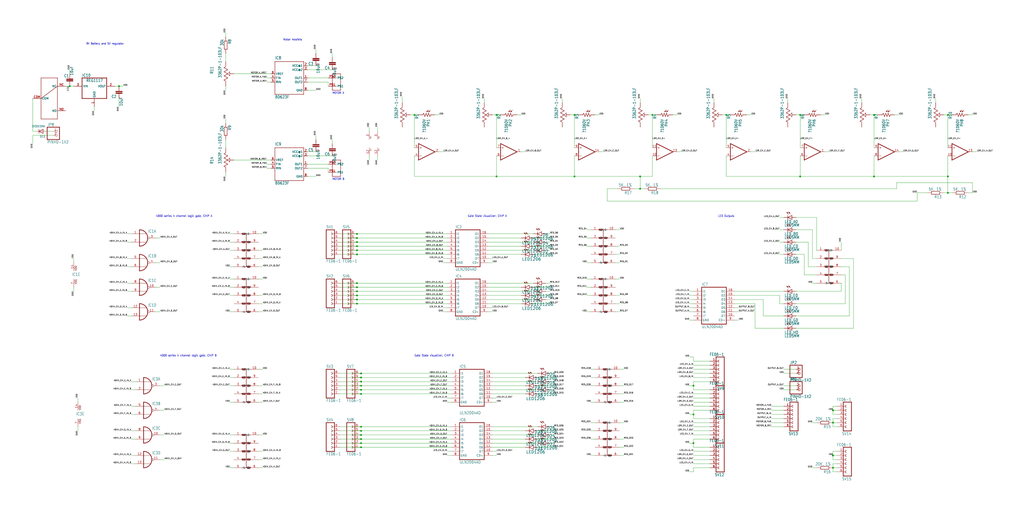
<source format=kicad_sch>
(kicad_sch (version 20211123) (generator eeschema)
  (paper "User" 633.882 318.846)
  (junction (at 220.98 177.8))
  (junction (at 223.52 276.86))
  (junction (at 515.62 289.56))
  (junction (at 355.6 109.22))
  (junction (at 307.34 109.22))
  (junction (at 396.24 109.22))
  (junction (at 220.98 187.96))
  (junction (at 515.62 254))
  (junction (at 541.02 71.12))
  (junction (at 223.52 233.68))
  (junction (at 223.52 269.24))
  (junction (at 429.26 238.76))
  (junction (at 429.26 274.32))
  (junction (at 495.3 109.22))
  (junction (at 223.52 271.78))
  (junction (at 220.98 157.48))
  (junction (at 223.52 241.3))
  (junction (at 220.98 182.88))
  (junction (at 449.58 71.12))
  (junction (at 220.98 144.78))
  (junction (at 223.52 243.84))
  (junction (at 43.18 53.34))
  (junction (at 220.98 154.94))
  (junction (at 403.86 71.12))
  (junction (at 223.52 231.14))
  (junction (at 220.98 152.4))
  (junction (at 220.98 185.42))
  (junction (at 223.52 238.76))
  (junction (at 220.98 147.32))
  (junction (at 586.74 109.22))
  (junction (at 355.6 71.12))
  (junction (at 220.98 149.86))
  (junction (at 220.98 175.26))
  (junction (at 256.54 71.12))
  (junction (at 429.26 256.54))
  (junction (at 307.34 71.12))
  (junction (at 220.98 180.34))
  (junction (at 223.52 266.7))
  (junction (at 396.24 116.84))
  (junction (at 223.52 236.22))
  (junction (at 223.52 264.16))
  (junction (at 73.66 53.34))
  (junction (at 541.02 109.22))
  (junction (at 223.52 274.32))
  (junction (at 515.62 261.62))
  (junction (at 586.74 71.12))
  (junction (at 586.74 119.38))
  (junction (at 515.62 281.94))
  (junction (at 495.3 71.12))
  (wire (pts (xy 355.6 71.12) (xy 358.14 71.12)))
  (wire (pts (xy 190.5 101.6) (xy 203.2 101.6)))
  (wire (pts (xy 220.98 147.32) (xy 276.86 147.32)))
  (wire (pts (xy 99.06 284.48) (xy 101.6 284.48)))
  (wire (pts (xy 554.99 116.84) (xy 554.99 113.03)))
  (wire (pts (xy 330.2 177.8) (xy 340.36 177.8)))
  (wire (pts (xy 492.76 231.14) (xy 485.14 231.14)))
  (wire (pts (xy 210.82 264.16) (xy 223.52 264.16)))
  (wire (pts (xy 467.36 187.96) (xy 467.36 203.2)))
  (wire (pts (xy 439.42 254) (xy 429.26 254)))
  (wire (pts (xy 139.7 91.44) (xy 139.7 86.36)))
  (wire (pts (xy 365.76 172.72) (xy 363.22 172.72)))
  (wire (pts (xy 429.26 292.1) (xy 426.72 292.1)))
  (wire (pts (xy 160.02 269.24) (xy 162.56 269.24)))
  (wire (pts (xy 492.76 71.12) (xy 495.3 71.12)))
  (wire (pts (xy 553.72 71.12) (xy 556.26 71.12)))
  (wire (pts (xy 190.5 96.52) (xy 205.74 96.52)))
  (wire (pts (xy 454.66 198.12) (xy 457.2 198.12)))
  (wire (pts (xy 495.3 109.22) (xy 495.3 96.52)))
  (wire (pts (xy 392.43 116.84) (xy 396.24 116.84)))
  (wire (pts (xy 500.38 165.1) (xy 505.46 165.1)))
  (wire (pts (xy 502.92 261.62) (xy 505.46 261.62)))
  (wire (pts (xy 330.2 157.48) (xy 340.36 157.48)))
  (wire (pts (xy 220.98 154.94) (xy 276.86 154.94)))
  (wire (pts (xy 368.3 261.62) (xy 365.76 261.62)))
  (wire (pts (xy 325.12 276.86) (xy 304.8 276.86)))
  (wire (pts (xy 337.82 185.42) (xy 340.36 185.42)))
  (wire (pts (xy 83.82 287.02) (xy 81.28 287.02)))
  (wire (pts (xy 322.58 93.98) (xy 325.12 93.98)))
  (wire (pts (xy 340.36 264.16) (xy 342.9 264.16)))
  (wire (pts (xy 322.58 147.32) (xy 302.26 147.32)))
  (wire (pts (xy 520.7 154.94) (xy 520.7 149.86)))
  (wire (pts (xy 454.66 187.96) (xy 467.36 187.96)))
  (wire (pts (xy 96.52 193.04) (xy 99.06 193.04)))
  (wire (pts (xy 190.5 40.64) (xy 195.58 40.64)))
  (wire (pts (xy 210.82 243.84) (xy 223.52 243.84)))
  (wire (pts (xy 48.26 248.92) (xy 48.26 246.38)))
  (wire (pts (xy 144.78 248.92) (xy 142.24 248.92)))
  (wire (pts (xy 78.74 160.02) (xy 81.28 160.02)))
  (wire (pts (xy 195.58 33.02) (xy 195.58 30.48)))
  (wire (pts (xy 322.58 152.4) (xy 302.26 152.4)))
  (wire (pts (xy 502.92 160.02) (xy 505.46 160.02)))
  (wire (pts (xy 223.52 231.14) (xy 279.4 231.14)))
  (wire (pts (xy 43.18 53.34) (xy 45.72 53.34)))
  (wire (pts (xy 302.26 154.94) (xy 330.2 154.94)))
  (wire (pts (xy 144.78 182.88) (xy 142.24 182.88)))
  (wire (pts (xy 449.58 109.22) (xy 449.58 96.52)))
  (wire (pts (xy 497.84 170.18) (xy 505.46 170.18)))
  (wire (pts (xy 467.36 203.2) (xy 485.14 203.2)))
  (wire (pts (xy 439.42 269.24) (xy 429.26 269.24)))
  (wire (pts (xy 383.54 243.84) (xy 386.08 243.84)))
  (wire (pts (xy 81.28 195.58) (xy 78.74 195.58)))
  (wire (pts (xy 43.18 45.72) (xy 43.18 43.18)))
  (wire (pts (xy 429.26 289.56) (xy 429.26 292.1)))
  (wire (pts (xy 302.26 182.88) (xy 322.58 182.88)))
  (wire (pts (xy 492.76 241.3) (xy 485.14 241.3)))
  (wire (pts (xy 497.84 157.48) (xy 497.84 170.18)))
  (wire (pts (xy 492.76 157.48) (xy 497.84 157.48)))
  (wire (pts (xy 73.66 53.34) (xy 76.2 53.34)))
  (wire (pts (xy 515.62 284.48) (xy 518.16 284.48)))
  (wire (pts (xy 220.98 180.34) (xy 276.86 180.34)))
  (wire (pts (xy 144.78 45.72) (xy 167.64 45.72)))
  (wire (pts (xy 363.22 162.56) (xy 365.76 162.56)))
  (wire (pts (xy 515.62 281.94) (xy 515.62 284.48)))
  (wire (pts (xy 307.34 109.22) (xy 307.34 96.52)))
  (wire (pts (xy 601.98 113.03) (xy 601.98 119.38)))
  (wire (pts (xy 439.42 236.22) (xy 429.26 236.22)))
  (wire (pts (xy 325.12 233.68) (xy 304.8 233.68)))
  (wire (pts (xy 419.1 93.98) (xy 421.64 93.98)))
  (wire (pts (xy 96.52 162.56) (xy 99.06 162.56)))
  (wire (pts (xy 276.86 162.56) (xy 274.32 162.56)))
  (wire (pts (xy 515.62 251.46) (xy 515.62 254)))
  (wire (pts (xy 586.74 109.22) (xy 586.74 119.38)))
  (wire (pts (xy 589.28 119.38) (xy 586.74 119.38)))
  (wire (pts (xy 210.82 238.76) (xy 223.52 238.76)))
  (wire (pts (xy 223.52 236.22) (xy 279.4 236.22)))
  (wire (pts (xy 408.94 116.84) (xy 554.99 116.84)))
  (wire (pts (xy 162.56 248.92) (xy 160.02 248.92)))
  (wire (pts (xy 220.98 144.78) (xy 276.86 144.78)))
  (wire (pts (xy 599.44 71.12) (xy 601.98 71.12)))
  (wire (pts (xy 276.86 190.5) (xy 274.32 190.5)))
  (wire (pts (xy 210.82 177.8) (xy 220.98 177.8)))
  (wire (pts (xy 439.42 233.68) (xy 429.26 233.68)))
  (wire (pts (xy 302.26 162.56) (xy 304.8 162.56)))
  (wire (pts (xy 304.8 241.3) (xy 332.74 241.3)))
  (wire (pts (xy 83.82 256.54) (xy 81.28 256.54)))
  (wire (pts (xy 256.54 109.22) (xy 307.34 109.22)))
  (wire (pts (xy 248.92 59.69) (xy 248.92 63.5)))
  (wire (pts (xy 210.82 185.42) (xy 220.98 185.42)))
  (wire (pts (xy 304.8 71.12) (xy 307.34 71.12)))
  (wire (pts (xy 304.8 264.16) (xy 332.74 264.16)))
  (wire (pts (xy 370.84 93.98) (xy 373.38 93.98)))
  (wire (pts (xy 190.5 55.88) (xy 195.58 55.88)))
  (wire (pts (xy 502.92 142.24) (xy 502.92 160.02)))
  (wire (pts (xy 210.82 152.4) (xy 220.98 152.4)))
  (wire (pts (xy 525.78 165.1) (xy 520.7 165.1)))
  (wire (pts (xy 482.6 187.96) (xy 485.14 187.96)))
  (wire (pts (xy 429.26 259.08) (xy 439.42 259.08)))
  (wire (pts (xy 492.76 142.24) (xy 502.92 142.24)))
  (wire (pts (xy 220.98 152.4) (xy 276.86 152.4)))
  (wire (pts (xy 403.86 71.12) (xy 403.86 91.44)))
  (wire (pts (xy 304.8 274.32) (xy 332.74 274.32)))
  (wire (pts (xy 492.76 149.86) (xy 500.38 149.86)))
  (wire (pts (xy 304.8 281.94) (xy 307.34 281.94)))
  (wire (pts (xy 210.82 231.14) (xy 223.52 231.14)))
  (wire (pts (xy 353.06 71.12) (xy 355.6 71.12)))
  (wire (pts (xy 160.02 243.84) (xy 162.56 243.84)))
  (wire (pts (xy 439.42 279.4) (xy 429.26 279.4)))
  (wire (pts (xy 586.74 71.12) (xy 589.28 71.12)))
  (wire (pts (xy 40.64 53.34) (xy 43.18 53.34)))
  (wire (pts (xy 485.14 134.62) (xy 482.6 134.62)))
  (wire (pts (xy 139.7 76.2) (xy 139.7 73.66)))
  (wire (pts (xy 439.42 248.92) (xy 429.26 248.92)))
  (wire (pts (xy 429.26 241.3) (xy 439.42 241.3)))
  (wire (pts (xy 541.02 71.12) (xy 541.02 91.44)))
  (wire (pts (xy 355.6 71.12) (xy 355.6 91.44)))
  (wire (pts (xy 223.52 269.24) (xy 279.4 269.24)))
  (wire (pts (xy 355.6 109.22) (xy 396.24 109.22)))
  (wire (pts (xy 99.06 238.76) (xy 101.6 238.76)))
  (wire (pts (xy 337.82 149.86) (xy 340.36 149.86)))
  (wire (pts (xy 167.64 50.8) (xy 165.1 50.8)))
  (wire (pts (xy 223.52 233.68) (xy 279.4 233.68)))
  (wire (pts (xy 142.24 149.86) (xy 144.78 149.86)))
  (wire (pts (xy 429.26 198.12) (xy 426.72 198.12)))
  (wire (pts (xy 223.52 274.32) (xy 279.4 274.32)))
  (wire (pts (xy 429.26 274.32) (xy 426.72 274.32)))
  (wire (pts (xy 429.26 185.42) (xy 426.72 185.42)))
  (wire (pts (xy 586.74 119.38) (xy 584.2 119.38)))
  (wire (pts (xy 439.42 271.78) (xy 429.26 271.78)))
  (wire (pts (xy 482.6 182.88) (xy 482.6 187.96)))
  (wire (pts (xy 441.96 63.5) (xy 441.96 60.96)))
  (wire (pts (xy 142.24 238.76) (xy 144.78 238.76)))
  (wire (pts (xy 167.64 48.26) (xy 165.1 48.26)))
  (wire (pts (xy 210.82 187.96) (xy 220.98 187.96)))
  (wire (pts (xy 495.3 71.12) (xy 495.3 91.44)))
  (wire (pts (xy 332.74 271.78) (xy 342.9 271.78)))
  (wire (pts (xy 160.02 279.4) (xy 162.56 279.4)))
  (wire (pts (xy 304.8 266.7) (xy 325.12 266.7)))
  (wire (pts (xy 269.24 71.12) (xy 271.78 71.12)))
  (wire (pts (xy 144.78 274.32) (xy 142.24 274.32)))
  (wire (pts (xy 515.62 254) (xy 518.16 254)))
  (wire (pts (xy 429.26 238.76) (xy 429.26 241.3)))
  (wire (pts (xy 381 157.48) (xy 383.54 157.48)))
  (wire (pts (xy 142.24 269.24) (xy 144.78 269.24)))
  (wire (pts (xy 525.78 195.58) (xy 525.78 165.1)))
  (wire (pts (xy 223.52 266.7) (xy 279.4 266.7)))
  (wire (pts (xy 429.26 256.54) (xy 426.72 256.54)))
  (wire (pts (xy 375.92 116.84) (xy 382.27 116.84)))
  (wire (pts (xy 485.14 256.54) (xy 477.52 256.54)))
  (wire (pts (xy 190.5 50.8) (xy 203.2 50.8)))
  (wire (pts (xy 429.26 271.78) (xy 429.26 274.32)))
  (wire (pts (xy 223.52 238.76) (xy 279.4 238.76)))
  (wire (pts (xy 574.04 119.38) (xy 567.69 119.38)))
  (wire (pts (xy 228.6 81.28) (xy 228.6 78.74)))
  (wire (pts (xy 403.86 71.12) (xy 406.4 71.12)))
  (wire (pts (xy 579.12 63.5) (xy 579.12 60.96)))
  (wire (pts (xy 401.32 71.12) (xy 403.86 71.12)))
  (wire (pts (xy 500.38 149.86) (xy 500.38 165.1)))
  (wire (pts (xy 429.26 193.04) (xy 426.72 193.04)))
  (wire (pts (xy 383.54 187.96) (xy 381 187.96)))
  (wire (pts (xy 523.24 187.96) (xy 523.24 170.18)))
  (wire (pts (xy 439.42 261.62) (xy 429.26 261.62)))
  (wire (pts (xy 167.64 101.6) (xy 165.1 101.6)))
  (wire (pts (xy 515.62 279.4) (xy 515.62 281.94)))
  (wire (pts (xy 83.82 236.22) (xy 81.28 236.22)))
  (wire (pts (xy 160.02 144.78) (xy 162.56 144.78)))
  (wire (pts (xy 332.74 243.84) (xy 342.9 243.84)))
  (wire (pts (xy 27.94 81.28) (xy 33.02 81.28)))
  (wire (pts (xy 307.34 71.12) (xy 309.88 71.12)))
  (wire (pts (xy 439.42 246.38) (xy 429.26 246.38)))
  (wire (pts (xy 81.28 281.94) (xy 83.82 281.94)))
  (wire (pts (xy 210.82 271.78) (xy 223.52 271.78)))
  (wire (pts (xy 325.12 243.84) (xy 304.8 243.84)))
  (wire (pts (xy 167.64 104.14) (xy 165.1 104.14)))
  (wire (pts (xy 454.66 182.88) (xy 482.6 182.88)))
  (wire (pts (xy 325.12 238.76) (xy 304.8 238.76)))
  (wire (pts (xy 228.6 96.52) (xy 228.6 99.06)))
  (wire (pts (xy 139.7 22.86) (xy 139.7 20.32)))
  (wire (pts (xy 368.3 228.6) (xy 365.76 228.6)))
  (wire (pts (xy 340.36 231.14) (xy 342.9 231.14)))
  (wire (pts (xy 279.4 279.4) (xy 276.86 279.4)))
  (wire (pts (xy 302.26 149.86) (xy 330.2 149.86)))
  (wire (pts (xy 383.54 182.88) (xy 381 182.88)))
  (wire (pts (xy 220.98 149.86) (xy 276.86 149.86)))
  (wire (pts (xy 485.14 149.86) (xy 482.6 149.86)))
  (wire (pts (xy 429.26 220.98) (xy 429.26 223.52)))
  (wire (pts (xy 233.68 81.28) (xy 233.68 78.74)))
  (wire (pts (xy 515.62 261.62) (xy 515.62 264.16)))
  (wire (pts (xy 492.76 238.76) (xy 485.14 238.76)))
  (wire (pts (xy 337.82 175.26) (xy 340.36 175.26)))
  (wire (pts (xy 195.58 86.36) (xy 195.58 83.82)))
  (wire (pts (xy 302.26 160.02) (xy 304.8 160.02)))
  (wire (pts (xy 299.72 63.5) (xy 299.72 60.96)))
  (wire (pts (xy 429.26 180.34) (xy 426.72 180.34)))
  (wire (pts (xy 520.7 180.34) (xy 520.7 175.26)))
  (wire (pts (xy 429.26 190.5) (xy 426.72 190.5)))
  (wire (pts (xy 429.26 182.88) (xy 426.72 182.88)))
  (wire (pts (xy 210.82 233.68) (xy 223.52 233.68)))
  (wire (pts (xy 340.36 236.22) (xy 342.9 236.22)))
  (wire (pts (xy 375.92 116.84) (xy 375.92 124.46)))
  (wire (pts (xy 554.99 113.03) (xy 601.98 113.03)))
  (wire (pts (xy 337.82 154.94) (xy 340.36 154.94)))
  (wire (pts (xy 495.3 71.12) (xy 497.84 71.12)))
  (wire (pts (xy 454.66 193.04) (xy 457.2 193.04)))
  (wire (pts (xy 160.02 193.04) (xy 162.56 193.04)))
  (wire (pts (xy 505.46 289.56) (xy 502.92 289.56)))
  (wire (pts (xy 365.76 152.4) (xy 363.22 152.4)))
  (wire (pts (xy 205.74 88.9) (xy 205.74 86.36)))
  (wire (pts (xy 383.54 271.78) (xy 386.08 271.78)))
  (wire (pts (xy 332.74 233.68) (xy 342.9 233.68)))
  (wire (pts (xy 210.82 154.94) (xy 220.98 154.94)))
  (wire (pts (xy 233.68 96.52) (xy 233.68 99.06)))
  (wire (pts (xy 190.5 93.98) (xy 195.58 93.98)))
  (wire (pts (xy 515.62 261.62) (xy 518.16 261.62)))
  (wire (pts (xy 210.82 157.48) (xy 220.98 157.48)))
  (wire (pts (xy 429.26 276.86) (xy 439.42 276.86)))
  (wire (pts (xy 505.46 175.26) (xy 502.92 175.26)))
  (wire (pts (xy 528.32 160.02) (xy 520.7 160.02)))
  (wire (pts (xy 330.2 147.32) (xy 340.36 147.32)))
  (wire (pts (xy 139.7 53.34) (xy 139.7 55.88)))
  (wire (pts (xy 81.28 165.1) (xy 78.74 165.1)))
  (wire (pts (xy 160.02 284.48) (xy 162.56 284.48)))
  (wire (pts (xy 541.02 71.12) (xy 543.56 71.12)))
  (wire (pts (xy 368.3 266.7) (xy 365.76 266.7)))
  (wire (pts (xy 355.6 109.22) (xy 355.6 96.52)))
  (wire (pts (xy 144.78 177.8) (xy 142.24 177.8)))
  (wire (pts (xy 492.76 134.62) (xy 505.46 134.62)))
  (wire (pts (xy 223.52 276.86) (xy 279.4 276.86)))
  (wire (pts (xy 340.36 274.32) (xy 342.9 274.32)))
  (wire (pts (xy 190.5 43.18) (xy 205.74 43.18)))
  (wire (pts (xy 485.14 180.34) (xy 454.66 180.34)))
  (wire (pts (xy 223.52 243.84) (xy 279.4 243.84)))
  (wire (pts (xy 381 152.4) (xy 383.54 152.4)))
  (wire (pts (xy 271.78 93.98) (xy 274.32 93.98)))
  (wire (pts (xy 256.54 71.12) (xy 259.08 71.12)))
  (wire (pts (xy 485.14 195.58) (xy 472.44 195.58)))
  (wire (pts (xy 518.16 287.02) (xy 515.62 287.02)))
  (wire (pts (xy 541.02 109.22) (xy 586.74 109.22)))
  (wire (pts (xy 223.52 241.3) (xy 279.4 241.3)))
  (wire (pts (xy 429.26 238.76) (xy 426.72 238.76)))
  (wire (pts (xy 363.22 193.04) (xy 365.76 193.04)))
  (wire (pts (xy 142.24 172.72) (xy 144.78 172.72)))
  (wire (pts (xy 368.3 71.12) (xy 370.84 71.12)))
  (wire (pts (xy 383.54 248.92) (xy 386.08 248.92)))
  (wire (pts (xy 20.32 81.28) (xy 20.32 60.96)))
  (wire (pts (xy 396.24 109.22) (xy 403.86 109.22)))
  (wire (pts (xy 71.12 53.34) (xy 73.66 53.34)))
  (wire (pts (xy 45.72 177.8) (xy 45.72 180.34)))
  (wire (pts (xy 429.26 220.98) (xy 426.72 220.98)))
  (wire (pts (xy 220.98 157.48) (xy 276.86 157.48)))
  (wire (pts (xy 81.28 180.34) (xy 78.74 180.34)))
  (wire (pts (xy 330.2 185.42) (xy 302.26 185.42)))
  (wire (pts (xy 304.8 279.4) (xy 307.34 279.4)))
  (wire (pts (xy 340.36 269.24) (xy 342.9 269.24)))
  (wire (pts (xy 518.16 251.46) (xy 515.62 251.46)))
  (wire (pts (xy 307.34 71.12) (xy 307.34 91.44)))
  (wire (pts (xy 144.78 99.06) (xy 167.64 99.06)))
  (wire (pts (xy 304.8 231.14) (xy 332.74 231.14)))
  (wire (pts (xy 332.74 269.24) (xy 304.8 269.24)))
  (wire (pts (xy 302.26 180.34) (xy 330.2 180.34)))
  (wire (pts (xy 368.3 233.68) (xy 365.76 233.68)))
  (wire (pts (xy 302.26 190.5) (xy 304.8 190.5)))
  (wire (pts (xy 449.58 109.22) (xy 495.3 109.22)))
  (wire (pts (xy 22.86 81.28) (xy 20.32 81.28)))
  (wire (pts (xy 439.42 251.46) (xy 429.26 251.46)))
  (wire (pts (xy 567.69 124.46) (xy 567.69 119.38)))
  (wire (pts (xy 210.82 180.34) (xy 220.98 180.34)))
  (wire (pts (xy 363.22 177.8) (xy 365.76 177.8)))
  (wire (pts (xy 365.76 147.32) (xy 363.22 147.32)))
  (wire (pts (xy 304.8 236.22) (xy 332.74 236.22)))
  (wire (pts (xy 485.14 142.24) (xy 482.6 142.24)))
  (wire (pts (xy 439.42 231.14) (xy 429.26 231.14)))
  (wire (pts (xy 160.02 289.56) (xy 162.56 289.56)))
  (wire (pts (xy 396.24 116.84) (xy 398.78 116.84)))
  (wire (pts (xy 439.42 264.16) (xy 429.26 264.16)))
  (wire (pts (xy 396.24 109.22) (xy 396.24 116.84)))
  (wire (pts (xy 210.82 144.78) (xy 220.98 144.78)))
  (wire (pts (xy 365.76 142.24) (xy 363.22 142.24)))
  (wire (pts (xy 210.82 266.7) (xy 223.52 266.7)))
  (wire (pts (xy 337.82 180.34) (xy 340.36 180.34)))
  (wire (pts (xy 99.06 254) (xy 101.6 254)))
  (wire (pts (xy 325.12 271.78) (xy 304.8 271.78)))
  (wire (pts (xy 439.42 281.94) (xy 429.26 281.94)))
  (wire (pts (xy 492.76 203.2) (xy 528.32 203.2)))
  (wire (pts (xy 160.02 160.02) (xy 162.56 160.02)))
  (wire (pts (xy 210.82 274.32) (xy 223.52 274.32)))
  (wire (pts (xy 276.86 160.02) (xy 274.32 160.02)))
  (wire (pts (xy 365.76 182.88) (xy 363.22 182.88)))
  (wire (pts (xy 223.52 271.78) (xy 279.4 271.78)))
  (wire (pts (xy 515.62 259.08) (xy 515.62 261.62)))
  (wire (pts (xy 83.82 241.3) (xy 81.28 241.3)))
  (wire (pts (xy 337.82 144.78) (xy 340.36 144.78)))
  (wire (pts (xy 396.24 63.5) (xy 396.24 60.96)))
  (wire (pts (xy 429.26 254) (xy 429.26 256.54)))
  (wire (pts (xy 586.74 109.22) (xy 586.74 96.52)))
  (wire (pts (xy 365.76 281.94) (xy 368.3 281.94)))
  (wire (pts (xy 365.76 248.92) (xy 368.3 248.92)))
  (wire (pts (xy 144.78 279.4) (xy 142.24 279.4)))
  (wire (pts (xy 99.06 269.24) (xy 101.6 269.24)))
  (wire (pts (xy 375.92 124.46) (xy 567.69 124.46)))
  (wire (pts (xy 381 162.56) (xy 383.54 162.56)))
  (wire (pts (xy 464.82 93.98) (xy 467.36 93.98)))
  (wire (pts (xy 492.76 180.34) (xy 520.7 180.34)))
  (wire (pts (xy 439.42 287.02) (xy 429.26 287.02)))
  (wire (pts (xy 279.4 281.94) (xy 276.86 281.94)))
  (wire (pts (xy 322.58 177.8) (xy 302.26 177.8)))
  (wire (pts (xy 160.02 187.96) (xy 162.56 187.96)))
  (wire (pts (xy 83.82 271.78) (xy 81.28 271.78)))
  (wire (pts (xy 302.26 144.78) (xy 330.2 144.78)))
  (wire (pts (xy 139.7 38.1) (xy 139.7 33.02)))
  (wire (pts (xy 142.24 154.94) (xy 144.78 154.94)))
  (wire (pts (xy 340.36 241.3) (xy 342.9 241.3)))
  (wire (pts (xy 210.82 269.24) (xy 223.52 269.24)))
  (wire (pts (xy 58.42 66.04) (xy 58.42 68.58)))
  (wire (pts (xy 210.82 236.22) (xy 223.52 236.22)))
  (wire (pts (xy 220.98 175.26) (xy 276.86 175.26)))
  (wire (pts (xy 45.72 162.56) (xy 45.72 160.02)))
  (wire (pts (xy 160.02 154.94) (xy 162.56 154.94)))
  (wire (pts (xy 383.54 228.6) (xy 386.08 228.6)))
  (wire (pts (xy 160.02 238.76) (xy 162.56 238.76)))
  (wire (pts (xy 472.44 195.58) (xy 472.44 185.42)))
  (wire (pts (xy 518.16 256.54) (xy 515.62 256.54)))
  (wire (pts (xy 383.54 261.62) (xy 386.08 261.62)))
  (wire (pts (xy 515.62 289.56) (xy 518.16 289.56)))
  (wire (pts (xy 220.98 182.88) (xy 276.86 182.88)))
  (wire (pts (xy 160.02 172.72) (xy 162.56 172.72)))
  (wire (pts (xy 160.02 182.88) (xy 162.56 182.88)))
  (wire (pts (xy 81.28 149.86) (xy 78.74 149.86)))
  (wire (pts (xy 533.4 63.5) (xy 533.4 60.96)))
  (wire (pts (xy 439.42 228.6) (xy 429.26 228.6)))
  (wire (pts (xy 381 142.24) (xy 383.54 142.24)))
  (wire (pts (xy 439.42 284.48) (xy 429.26 284.48)))
  (wire (pts (xy 256.54 96.52) (xy 256.54 109.22)))
  (wire (pts (xy 416.56 71.12) (xy 419.1 71.12)))
  (wire (pts (xy 96.52 147.32) (xy 99.06 147.32)))
  (wire (pts (xy 454.66 190.5) (xy 457.2 190.5)))
  (wire (pts (xy 190.5 109.22) (xy 195.58 109.22)))
  (wire (pts (xy 96.52 177.8) (xy 99.06 177.8)))
  (wire (pts (xy 515.62 287.02) (xy 515.62 289.56)))
  (wire (pts (xy 523.24 170.18) (xy 520.7 170.18)))
  (wire (pts (xy 144.78 289.56) (xy 142.24 289.56)))
  (wire (pts (xy 210.82 241.3) (xy 223.52 241.3)))
  (wire (pts (xy 81.28 144.78) (xy 78.74 144.78)))
  (wire (pts (xy 144.78 165.1) (xy 142.24 165.1)))
  (wire (pts (xy 332.74 238.76) (xy 342.9 238.76)))
  (wire (pts (xy 383.54 281.94) (xy 386.08 281.94)))
  (wire (pts (xy 332.74 276.86) (xy 342.9 276.86)))
  (wire (pts (xy 210.82 147.32) (xy 220.98 147.32)))
  (wire (pts (xy 302.26 193.04) (xy 304.8 193.04)))
  (wire (pts (xy 528.32 203.2) (xy 528.32 160.02)))
  (wire (pts (xy 584.2 71.12) (xy 586.74 71.12)))
  (wire (pts (xy 256.54 71.12) (xy 256.54 91.44)))
  (wire (pts (xy 190.5 104.14) (xy 203.2 104.14)))
  (wire (pts (xy 439.42 226.06) (xy 429.26 226.06)))
  (wire (pts (xy 381 193.04) (xy 383.54 193.04)))
  (wire (pts (xy 508 71.12) (xy 510.54 71.12)))
  (wire (pts (xy 347.98 63.5) (xy 347.98 60.96)))
  (wire (pts (xy 279.4 246.38) (xy 276.86 246.38)))
  (wire (pts (xy 142.24 233.68) (xy 144.78 233.68)))
  (wire (pts (xy 472.44 185.42) (xy 454.66 185.42)))
  (wire (pts (xy 330.2 187.96) (xy 340.36 187.96)))
  (wire (pts (xy 485.14 157.48) (xy 482.6 157.48)))
  (wire (pts (xy 139.7 106.68) (xy 139.7 109.22)))
  (wire (pts (xy 304.8 248.92) (xy 307.34 248.92)))
  (wire (pts (xy 320.04 71.12) (xy 322.58 71.12)))
  (wire (pts (xy 20.32 83.82) (xy 33.02 83.82)))
  (wire (pts (xy 20.32 88.9) (xy 20.32 83.82)))
  (wire (pts (xy 220.98 177.8) (xy 276.86 177.8)))
  (wire (pts (xy 518.16 279.4) (xy 515.62 279.4)))
  (wire (pts (xy 541.02 109.22) (xy 541.02 96.52)))
  (wire (pts (xy 330.2 182.88) (xy 340.36 182.88)))
  (wire (pts (xy 81.28 251.46) (xy 83.82 251.46)))
  (wire (pts (xy 492.76 228.6) (xy 485.14 228.6)))
  (wire (pts (xy 220.98 185.42) (xy 276.86 185.42)))
  (wire (pts (xy 368.3 271.78) (xy 365.76 271.78)))
  (wire (pts (xy 601.98 93.98) (xy 604.52 93.98)))
  (wire (pts (xy 254 71.12) (xy 256.54 71.12)))
  (wire (pts (xy 210.82 182.88) (xy 220.98 182.88)))
  (wire (pts (xy 439.42 266.7) (xy 429.26 266.7)))
  (wire (pts (xy 515.62 281.94) (xy 518.16 281.94)))
  (wire (pts (xy 322.58 157.48) (xy 302.26 157.48)))
  (wire (pts (xy 485.14 264.16) (xy 477.52 264.16)))
  (wire (pts (xy 73.66 60.96) (xy 73.66 66.04)))
  (wire (pts (xy 586.74 71.12) (xy 586.74 91.44)))
  (wire (pts (xy 429.26 223.52) (xy 439.42 223.52)))
  (wire (pts (xy 279.4 248.92) (xy 276.86 248.92)))
  (wire (pts (xy 495.3 109.22) (xy 541.02 109.22)))
  (wire (pts (xy 487.68 63.5) (xy 487.68 60.96)))
  (wire (pts (xy 429.26 236.22) (xy 429.26 238.76)))
  (wire (pts (xy 538.48 71.12) (xy 541.02 71.12)))
  (wire (pts (xy 510.54 93.98) (xy 513.08 93.98)))
  (wire (pts (xy 302.26 175.26) (xy 330.2 175.26)))
  (wire (pts (xy 485.14 251.46) (xy 477.52 251.46)))
  (wire (pts (xy 203.2 50.8) (xy 203.2 53.34)))
  (wire (pts (xy 449.58 71.12) (xy 449.58 91.44)))
  (wire (pts (xy 381 172.72) (xy 383.54 172.72)))
  (wire (pts (xy 518.16 259.08) (xy 515.62 259.08)))
  (wire (pts (xy 160.02 228.6) (xy 162.56 228.6)))
  (wire (pts (xy 599.44 119.38) (xy 601.98 119.38)))
  (wire (pts (xy 302.26 187.96) (xy 322.58 187.96)))
  (wire (pts (xy 383.54 276.86) (xy 386.08 276.86)))
  (wire (pts (xy 223.52 264.16) (xy 279.4 264.16)))
  (wire (pts (xy 330.2 152.4) (xy 340.36 152.4)))
  (wire (pts (xy 492.76 195.58) (xy 525.78 195.58)))
  (wire (pts (xy 78.74 190.5) (xy 81.28 190.5)))
  (wire (pts (xy 485.14 254) (xy 477.52 254)))
  (wire (pts (xy 429.26 187.96) (xy 426.72 187.96)))
  (wire (pts (xy 449.58 71.12) (xy 452.12 71.12)))
  (wire (pts (xy 556.26 93.98) (xy 558.8 93.98)))
  (wire (pts (xy 210.82 276.86) (xy 223.52 276.86)))
  (wire (pts (xy 304.8 246.38) (xy 307.34 246.38)))
  (wire (pts (xy 439.42 243.84) (xy 429.26 243.84)))
  (wire (pts (xy 307.34 109.22) (xy 355.6 109.22)))
  (wire (pts (xy 162.56 165.1) (xy 160.02 165.1)))
  (wire (pts (xy 190.5 48.26) (xy 203.2 48.26)))
  (wire (pts (xy 485.14 259.08) (xy 477.52 259.08)))
  (wire (pts (xy 492.76 187.96) (xy 523.24 187.96)))
  (wire (pts (xy 144.78 144.78) (xy 142.24 144.78)))
  (wire (pts (xy 205.74 35.56) (xy 205.74 33.02)))
  (wire (pts (xy 332.74 266.7) (xy 342.9 266.7)))
  (wire (pts (xy 515.62 256.54) (xy 515.62 254)))
  (wire (pts (xy 144.78 193.04) (xy 142.24 193.04)))
  (wire (pts (xy 447.04 71.12) (xy 449.58 71.12)))
  (wire (pts (xy 203.2 104.14) (xy 203.2 106.68)))
  (wire (pts (xy 439.42 289.56) (xy 429.26 289.56)))
  (wire (pts (xy 515.62 264.16) (xy 518.16 264.16)))
  (wire (pts (xy 429.26 256.54) (xy 429.26 259.08)))
  (wire (pts (xy 78.74 175.26) (xy 81.28 175.26)))
  (wire (pts (xy 515.62 292.1) (xy 515.62 289.56)))
  (wire (pts (xy 368.3 238.76) (xy 365.76 238.76)))
  (wire (pts (xy 429.26 274.32) (xy 429.26 276.86)))
  (wire (pts (xy 485.14 261.62) (xy 477.52 261.62)))
  (wire (pts (xy 403.86 109.22) (xy 403.86 96.52)))
  (wire (pts (xy 505.46 134.62) (xy 505.46 154.94)))
  (wire (pts (xy 210.82 175.26) (xy 220.98 175.26)))
  (wire (pts (xy 48.26 264.16) (xy 48.26 266.7)))
  (wire (pts (xy 220.98 187.96) (xy 276.86 187.96)))
  (wire (pts (xy 210.82 149.86) (xy 220.98 149.86)))
  (wire (pts (xy 276.86 193.04) (xy 274.32 193.04)))
  (wire (pts (xy 81.28 266.7) (xy 83.82 266.7)))
  (wire (pts (xy 383.54 238.76) (xy 386.08 238.76)))
  (wire (pts (xy 518.16 292.1) (xy 515.62 292.1)))
  (wire (pts (xy 462.28 71.12) (xy 464.82 71.12)))
  (wire (pts (xy 144.78 228.6) (xy 142.24 228.6)))
  (text "Gate State visualizer, CHIP A" (at 289.56 134.62 180) (effects (font (size 1.27 1.0795)) (justify left bottom)))
  (text "MOTOR B" (at 205.74 111.76 180) (effects (font (size 1.27 1.0795)) (justify left bottom)))
  (text "Motor mosfets" (at 175.26 25.4 180) (effects (font (size 1.27 1.0795)) (justify left bottom)))
  (text "9V Battery and 5V regulator" (at 53.34 27.94 180) (effects (font (size 1.27 1.0795)) (justify left bottom)))
  (text "LED Outputs" (at 444.5 134.62 180) (effects (font (size 1.27 1.0795)) (justify left bottom)))
  (text "4000 series 4 channel logic gate, CHIP A" (at 96.52 134.62 180) (effects (font (size 1.27 1.0795)) (justify left bottom)))
  (text "4000 series 4 channel logic gate, CHIP B" (at 99.06 220.98 180) (effects (font (size 1.27 1.0795)) (justify left bottom)))
  (text "Gate State visualizer, CHIP B" (at 256.54 220.98 180) (effects (font (size 1.27 1.0795)) (justify left bottom)))
  (text "MOTOR A" (at 205.74 58.42 180) (effects (font (size 1.27 1.0795)) (justify left bottom)))
  (label "RES_D15" (at 386.08 248.92 0) (effects (font (size 0.889 0.889))))
  (label "VIN" (at 43.18 53.34 270) (effects (font (size 1.2446 1.2446))))
  (label "VDD" (at 363.22 193.04 180) (effects (font (size 0.889 0.889))))
  (label "VDD" (at 205.74 43.18 0) (effects (font (size 0.889 0.889))))
  (label "VDD" (at 601.98 119.38 0) (effects (font (size 0.889 0.889))))
  (label "LDR_CH_H+" (at 586.74 86.36 0) (effects (font (size 0.889 0.889))))
  (label "LED_CH_C_OUT" (at 307.34 246.38 0) (effects (font (size 0.889 0.889))))
  (label "40XX_CH_E_OUT" (at 276.86 236.22 180) (effects (font (size 0.889 0.889))))
  (label "40XX_CH_B_IN_B" (at 78.74 165.1 180) (effects (font (size 0.889 0.889))))
  (label "VDD" (at 162.56 269.24 0) (effects (font (size 0.889 0.889))))
  (label "LED_CH_F_IN" (at 429.26 269.24 180) (effects (font (size 0.889 0.889))))
  (label "LDR_CH_H_OUT" (at 429.26 284.48 180) (effects (font (size 0.889 0.889))))
  (label "RES_D26" (at 342.9 264.16 0) (effects (font (size 0.889 0.889))))
  (label "VDD" (at 48.26 246.38 90) (effects (font (size 0.889 0.889))))
  (label "40XX_CH_H_OUT" (at 276.86 271.78 180) (effects (font (size 0.889 0.889))))
  (label "40XX_CH_B_OUT" (at 274.32 152.4 180) (effects (font (size 0.889 0.889))))
  (label "VDD" (at 515.62 254 180) (effects (font (size 0.889 0.889))))
  (label "40XX_CH_E_IN_B" (at 276.86 233.68 180) (effects (font (size 0.889 0.889))))
  (label "GND" (at 20.32 88.9 270) (effects (font (size 0.889 0.889))))
  (label "GND" (at 195.58 30.48 90) (effects (font (size 0.889 0.889))))
  (label "40XX_CH_B_OUT" (at 162.56 165.1 0) (effects (font (size 0.889 0.889))))
  (label "40XX_CH_G_IN_B" (at 142.24 274.32 180) (effects (font (size 0.889 0.889))))
  (label "MOTOR_B_FWD" (at 477.52 261.62 180) (effects (font (size 0.889 0.889))))
  (label "RES_D9" (at 383.54 182.88 0) (effects (font (size 0.889 0.889))))
  (label "GND" (at 58.42 68.58 270) (effects (font (size 0.889 0.889))))
  (label "40XX_CH_B_OUT" (at 99.06 162.56 0) (effects (font (size 0.889 0.889))))
  (label "40XX_CH_C_IN_A" (at 78.74 175.26 180) (effects (font (size 0.889 0.889))))
  (label "LED_CH_C_IN" (at 276.86 246.38 180) (effects (font (size 0.889 0.889))))
  (label "40XX_CH_B_IN_A" (at 78.74 160.02 180) (effects (font (size 0.889 0.889))))
  (label "VDD" (at 502.92 175.26 180) (effects (font (size 0.889 0.889))))
  (label "RES_D2" (at 340.36 154.94 0) (effects (font (size 0.889 0.889))))
  (label "LED_CH_D_IN" (at 276.86 279.4 180) (effects (font (size 0.889 0.889))))
  (label "40XX_CH_H_IN_B" (at 81.28 287.02 180) (effects (font (size 0.889 0.889))))
  (label "RES_D21" (at 386.08 281.94 0) (effects (font (size 0.889 0.889))))
  (label "RES_D4" (at 363.22 142.24 180) (effects (font (size 0.889 0.889))))
  (label "GND" (at 73.66 66.04 270) (effects (font (size 0.889 0.889))))
  (label "LDR_CH_E+" (at 449.58 86.36 0) (effects (font (size 0.889 0.889))))
  (label "LDR_CH_B_OUT" (at 325.12 93.98 0) (effects (font (size 0.889 0.889))))
  (label "VDD" (at 162.56 228.6 0) (effects (font (size 0.889 0.889))))
  (label "LED_CH_E_IN" (at 429.26 261.62 180) (effects (font (size 0.889 0.889))))
  (label "RES_D22" (at 386.08 276.86 0) (effects (font (size 0.889 0.889))))
  (label "VDD" (at 601.98 71.12 0) (effects (font (size 0.889 0.889))))
  (label "VDD" (at 205.74 96.52 0) (effects (font (size 0.889 0.889))))
  (label "GND" (at 195.58 55.88 0) (effects (font (size 0.889 0.889))))
  (label "40XX_CH_B_IN_A" (at 162.56 160.02 0) (effects (font (size 0.889 0.889))))
  (label "MOTOR_B_REV" (at 165.1 104.14 180) (effects (font (size 0.889 0.889))))
  (label "40XX_CH_G_IN_A" (at 81.28 266.7 180) (effects (font (size 0.889 0.889))))
  (label "40XX_CH_G_OUT" (at 101.6 269.24 0) (effects (font (size 0.889 0.889))))
  (label "LED_CH_A_IN" (at 274.32 160.02 180) (effects (font (size 0.889 0.889))))
  (label "RES_D26" (at 365.76 271.78 180) (effects (font (size 0.889 0.889))))
  (label "VDD" (at 139.7 73.66 90) (effects (font (size 0.889 0.889))))
  (label "VDD" (at 485.14 241.3 180) (effects (font (size 0.889 0.889))))
  (label "40XX_CH_H_OUT" (at 162.56 289.56 0) (effects (font (size 0.889 0.889))))
  (label "40XX_CH_G_OUT" (at 142.24 279.4 180) (effects (font (size 0.889 0.889))))
  (label "RES_D17" (at 386.08 238.76 0) (effects (font (size 0.889 0.889))))
  (label "LDR_CH_G_OUT" (at 558.8 93.98 0) (effects (font (size 0.889 0.889))))
  (label "VDD" (at 383.54 142.24 0) (effects (font (size 0.889 0.889))))
  (label "LDR_CH_A_OUT" (at 274.32 93.98 0) (effects (font (size 0.889 0.889))))
  (label "VDD" (at 419.1 71.12 0) (effects (font (size 0.889 0.889))))
  (label "40XX_CH_C_IN_B" (at 142.24 177.8 180) (effects (font (size 0.889 0.889))))
  (label "LED_CH_D_OUT" (at 307.34 279.4 0) (effects (font (size 0.889 0.889))))
  (label "RES_D10" (at 363.22 172.72 180) (effects (font (size 0.889 0.889))))
  (label "LED_CH_G_IN" (at 426.72 185.42 180) (effects (font (size 0.889 0.889))))
  (label "40XX_CH_D_IN_A" (at 78.74 190.5 180) (effects (font (size 0.889 0.889))))
  (label "GND" (at 396.24 60.96 90) (effects (font (size 0.889 0.889))))
  (label "VDD" (at 76.2 53.34 0) (effects (font (size 0.889 0.889))))
  (label "40XX_CH_D_IN_B" (at 162.56 182.88 0) (effects (font (size 0.889 0.889))))
  (label "40XX_CH_C_IN_A" (at 142.24 172.72 180) (effects (font (size 0.889 0.889))))
  (label "LED_CH_A_OUT" (at 304.8 160.02 0) (effects (font (size 0.889 0.889))))
  (label "GND" (at 195.58 83.82 90) (effects (font (size 0.889 0.889))))
  (label "RES_D3" (at 383.54 152.4 0) (effects (font (size 0.889 0.889))))
  (label "RES_D6" (at 340.36 144.78 0) (effects (font (size 0.889 0.889))))
  (label "RES_D7" (at 340.36 187.96 0) (effects (font (size 0.889 0.889))))
  (label "VDD" (at 307.34 281.94 0) (effects (font (size 0.889 0.889))))
  (label "VDD" (at 426.72 220.98 180) (effects (font (size 0.889 0.889))))
  (label "LDR_CH_H_OUT" (at 604.52 93.98 0) (effects (font (size 0.889 0.889))))
  (label "LDR_CH_F+" (at 495.3 86.36 0) (effects (font (size 0.889 0.889))))
  (label "OUTPUT_A_IN" (at 477.52 259.08 180) (effects (font (size 0.889 0.889))))
  (label "40XX_CH_F_IN_B" (at 162.56 238.76 0) (effects (font (size 0.889 0.889))))
  (label "LED_CH_A_OUT" (at 482.6 134.62 180) (effects (font (size 0.889 0.889))))
  (label "GND" (at 274.32 162.56 180) (effects (font (size 0.889 0.889))))
  (label "OUTPUT_B_OUT" (at 485.14 228.6 180) (effects (font (size 0.889 0.889))))
  (label "MOTOR_A_REV" (at 477.52 254 180) (effects (font (size 0.889 0.889))))
  (label "LED_CH_F_IN" (at 426.72 182.88 180) (effects (font (size 0.889 0.889))))
  (label "VDD" (at 426.72 292.1 180) (effects (font (size 0.889 0.889))))
  (label "LED_CH_B_OUT" (at 304.8 190.5 0) (effects (font (size 0.889 0.889))))
  (label "RES_D19" (at 365.76 233.68 180) (effects (font (size 0.889 0.889))))
  (label "LDR_CH_C+" (at 355.6 86.36 0) (effects (font (size 0.889 0.889))))
  (label "VDD" (at 322.58 71.12 0) (effects (font (size 0.889 0.889))))
  (label "40XX_CH_G_IN_B" (at 276.86 266.7 180) (effects (font (size 0.889 0.889))))
  (label "GND" (at 43.18 43.18 90) (effects (font (size 0.889 0.889))))
  (label "RES_D1" (at 340.36 157.48 0) (effects (font (size 0.889 0.889))))
  (label "40XX_CH_H_IN_A" (at 81.28 281.94 180) (effects (font (size 0.889 0.889))))
  (label "RES_D19" (at 342.9 233.68 0) (effects (font (size 0.889 0.889))))
  (label "GND" (at 502.92 261.62 180) (effects (font (size 0.889 0.889))))
  (label "VDD" (at 142.24 193.04 180) (effects (font (size 0.889 0.889))))
  (label "40XX_CH_A_OUT" (at 274.32 149.86 180) (effects (font (size 0.889 0.889))))
  (label "VDD" (at 304.8 193.04 0) (effects (font (size 0.889 0.889))))
  (label "RES_D7" (at 383.54 193.04 0) (effects (font (size 0.889 0.889))))
  (label "40XX_CH_F_IN_A" (at 162.56 243.84 0) (effects (font (size 0.889 0.889))))
  (label "40XX_CH_E_IN_A" (at 81.28 236.22 180) (effects (font (size 0.889 0.889))))
  (label "40XX_CH_A_IN_A" (at 78.74 144.78 180) (effects (font (size 0.889 0.889))))
  (label "LED_CH_D_IN" (at 429.26 251.46 180) (effects (font (size 0.889 0.889))))
  (label "VDD" (at 510.54 71.12 0) (effects (font (size 0.889 0.889))))
  (label "RES_D17" (at 342.9 238.76 0) (effects (font (size 0.889 0.889))))
  (label "40XX_CH_G_IN_A" (at 142.24 269.24 180) (effects (font (size 0.889 0.889))))
  (label "40XX_CH_H_IN_A" (at 276.86 274.32 180) (effects (font (size 0.889 0.889))))
  (label "40XX_CH_C_OUT" (at 99.06 177.8 0) (effects (font (size 0.889 0.889))))
  (label "RES_D8" (at 340.36 185.42 0) (effects (font (size 0.889 0.889))))
  (label "40XX_CH_F_OUT" (at 276.86 238.76 180) (effects (font (size 0.889 0.889))))
  (label "40XX_CH_E_IN_A" (at 276.86 231.14 180) (effects (font (size 0.889 0.889))))
  (label "VIN" (at 195.58 93.98 0) (effects (font (size 0.889 0.889))))
  (label "RES_D5" (at 340.36 147.32 0) (effects (font (size 0.889 0.889))))
  (label "40XX_CH_G_IN_A" (at 276.86 264.16 180) (effects (font (size 0.889 0.889))))
  (label "LED_CH_C_IN" (at 429.26 243.84 180) (effects (font (size 0.889 0.889))))
  (label "40XX_CH_G_OUT" (at 276.86 269.24 180) (effects (font (size 0.889 0.889))))
  (label "LDR_CH_B_+" (at 307.34 86.36 0) (effects (font (size 0.889 0.889))))
  (label "40XX_CH_C_IN_B" (at 78.74 180.34 180) (effects (font (size 0.889 0.889))))
  (label "OUTPUT_A_IN" (at 426.72 193.04 180) (effects (font (size 0.889 0.889))))
  (label "40XX_CH_H_IN_A" (at 162.56 284.48 0) (effects (font (size 0.889 0.889))))
  (label "VDD" (at 142.24 165.1 180) (effects (font (size 0.889 0.889))))
  (label "LDR_CH_F_OUT" (at 429.26 266.7 180) (effects (font (size 0.889 0.889))))
  (label "40XX_CH_E_OUT" (at 142.24 238.76 180) (effects (font (size 0.889 0.889))))
  (label "RES_D5" (at 363.22 147.32 180) (effects (font (size 0.889 0.889))))
  (label "LDR_CH_A_OUT" (at 429.26 228.6 180) (effects (font (size 0.889 0.889))))
  (label "GND" (at 276.86 281.94 180) (effects (font (size 0.889 0.889))))
  (label "LDR_CH_E_OUT" (at 467.36 93.98 0) (effects (font (size 0.889 0.889))))
  (label "VDD" (at 386.08 228.6 0) (effects (font (size 0.889 0.889))))
  (label "GND" (at 567.69 119.38 180) (effects (font (size 0.889 0.889))))
  (label "VDD" (at 142.24 248.92 180) (effects (font (size 0.889 0.889))))
  (label "RES_D24" (at 365.76 261.62 180) (effects (font (size 0.889 0.889))))
  (label "40XX_CH_F_OUT" (at 162.56 248.92 0) (effects (font (size 0.889 0.889))))
  (label "GND" (at 299.72 60.96 90) (effects (font (size 0.889 0.889))))
  (label "VDD" (at 162.56 172.72 0) (effects (font (size 0.889 0.889))))
  (label "LDR_CH_D+" (at 403.86 86.36 0) (effects (font (size 0.889 0.889))))
  (label "VDD" (at 162.56 144.78 0) (effects (font (size 0.889 0.889))))
  (label "40XX_CH_E_IN_B" (at 142.24 233.68 180) (effects (font (size 0.889 0.889))))
  (label "VIN" (at 195.58 40.64 0) (effects (font (size 0.889 0.889))))
  (label "GND" (at 205.74 86.36 90) (effects (font (size 0.889 0.889))))
  (label "LDR_CH_F_OUT" (at 513.08 93.98 0) (effects (font (size 0.889 0.889))))
  (label "40XX_CH_D_IN_A" (at 162.56 187.96 0) (effects (font (size 0.889 0.889))))
  (label "VDD" (at 426.72 238.76 180) (effects (font (size 0.889 0.889))))
  (label "40XX_CH_C_IN_B" (at 274.32 177.8 180) (effects (font (size 0.889 0.889))))
  (label "40XX_CH_C_IN_A" (at 274.32 175.26 180) (effects (font (size 0.889 0.889))))
  (label "OUTPUT_B_OUT" (at 457.2 190.5 0) (effects (font (size 0.889 0.889))))
  (label "LDR_CH_C_OUT" (at 373.38 93.98 0) (effects (font (size 0.889 0.889))))
  (label "LED_CH_B_IN" (at 429.26 233.68 180) (effects (font (size 0.889 0.889))))
  (label "VDD" (at 426.72 256.54 180) (effects (font (size 0.889 0.889))))
  (label "RES_D1" (at 383.54 162.56 0) (effects (font (size 0.889 0.889))))
  (label "LDR_CH_D_OUT" (at 429.26 248.92 180) (effects (font (size 0.889 0.889))))
  (label "40XX_CH_E_IN_A" (at 142.24 228.6 180) (effects (font (size 0.889 0.889))))
  (label "LED_CH_H_IN" (at 429.26 287.02 180) (effects (font (size 0.889 0.889))))
  (label "40XX_CH_H_IN_B" (at 276.86 276.86 180) (effects (font (size 0.889 0.889))))
  (label "VDD" (at 370.84 71.12 0) (effects (font (size 0.889 0.889))))
  (label "40XX_CH_D_IN_B" (at 274.32 187.96 180) (effects (font (size 0.889 0.889))))
  (label "LED_CH_G_IN" (at 429.26 279.4 180) (effects (font (size 0.889 0.889))))
  (label "RES_D12" (at 340.36 175.26 0) (effects (font (size 0.889 0.889))))
  (label "GND" (at 139.7 55.88 270) (effects (font (size 0.889 0.889))))
  (label "OUTPUT_A_OUT" (at 457.2 193.04 0) (effects (font (size 0.889 0.889))))
  (label "GND" (at 205.74 33.02 90) (effects (font (size 0.889 0.889))))
  (label "40XX_CH_A_IN_A" (at 274.32 144.78 180) (effects (font (size 0.889 0.889))))
  (label "40XX_CH_F_IN_B" (at 81.28 256.54 180) (effects (font (size 0.889 0.889))))
  (label "GND" (at 276.86 248.92 180) (effects (font (size 0.889 0.889))))
  (label "RES_D16" (at 386.08 243.84 0) (effects (font (size 0.889 0.889))))
  (label "VDD" (at 233.68 78.74 90) (effects (font (size 0.889 0.889))))
  (label "RES_D24" (at 342.9 269.24 0) (effects (font (size 0.889 0.889))))
  (label "VDD" (at 363.22 162.56 180) (effects (font (size 0.889 0.889))))
  (label "VDD" (at 228.6 78.74 90) (effects (font (size 0.889 0.889))))
  (label "LDR_CH_B_OUT" (at 429.26 231.14 180) (effects (font (size 0.889 0.889))))
  (label "RES_D10" (at 340.36 180.34 0) (effects (font (size 0.889 0.889))))
  (label "LED_CH_E_IN" (at 426.72 180.34 180) (effects (font (size 0.889 0.889))))
  (label "GND" (at 579.12 60.96 90) (effects (font (size 0.889 0.889))))
  (label "40XX_CH_D_IN_A" (at 274.32 185.42 180) (effects (font (size 0.889 0.889))))
  (label "MOTOR_B_FWD" (at 165.1 101.6 180) (effects (font (size 0.889 0.889))))
  (label "LDR_CH_G+" (at 541.02 86.36 0) (effects (font (size 0.889 0.889))))
  (label "RES_D8" (at 383.54 187.96 0) (effects (font (size 0.889 0.889))))
  (label "LDR_CH_C_OUT" (at 429.26 246.38 180) (effects (font (size 0.889 0.889))))
  (label "GND" (at 487.68 60.96 90) (effects (font (size 0.889 0.889))))
  (label "40XX_CH_A_OUT" (at 99.06 147.32 0) (effects (font (size 0.889 0.889))))
  (label "RES_D11" (at 340.36 177.8 0) (effects (font (size 0.889 0.889))))
  (label "VDD" (at 45.72 160.02 90) (effects (font (size 0.889 0.889))))
  (label "40XX_CH_C_OUT" (at 142.24 182.88 180) (effects (font (size 0.889 0.889))))
  (label "RES_D16" (at 342.9 241.3 0) (effects (font (size 0.889 0.889))))
  (label "RES_D18" (at 342.9 236.22 0) (effects (font (size 0.889 0.889))))
  (label "VDD" (at 520.7 149.86 90) (effects (font (size 0.889 0.889))))
  (label "VDD" (at 365.76 281.94 180) (effects (font (size 0.889 0.889))))
  (label "40XX_CH_B_IN_B" (at 274.32 157.48 180) (effects (font (size 0.889 0.889))))
  (label "LDR_CH_G_OUT" (at 429.26 281.94 180) (effects (font (size 0.889 0.889))))
  (label "40XX_CH_F_OUT" (at 101.6 254 0) (effects (font (size 0.889 0.889))))
  (label "RES_D11" (at 363.22 177.8 180) (effects (font (size 0.889 0.889))))
  (label "VDD" (at 383.54 172.72 0) (effects (font (size 0.889 0.889))))
  (label "40XX_CH_F_IN_B" (at 276.86 243.84 180) (effects (font (size 0.889 0.889))))
  (label "VDD" (at 485.14 231.14 180) (effects (font (size 0.889 0.889))))
  (label "40XX_CH_B_IN_A" (at 274.32 154.94 180) (effects (font (size 0.889 0.889))))
  (label "GND" (at 274.32 193.04 180) (effects (font (size 0.889 0.889))))
  (label "40XX_CH_D_IN_B" (at 78.74 195.58 180) (effects (font (size 0.889 0.889))))
  (label "GND" (at 347.98 60.96 90) (effects (font (size 0.889 0.889))))
  (label "40XX_CH_A_IN_B" (at 78.74 149.86 180) (effects (font (size 0.889 0.889))))
  (label "OUTPUT_A_OUT" (at 485.14 238.76 180) (effects (font (size 0.889 0.889))))
  (label "RES_D4" (at 340.36 149.86 0) (effects (font (size 0.889 0.889))))
  (label "VDD" (at 515.62 281.94 180) (effects (font (size 0.889 0.889))))
  (label "LED_CH_H_IN" (at 426.72 187.96 180) (effects (font (size 0.889 0.889))))
  (label "VDD" (at 142.24 289.56 180) (effects (font (size 0.889 0.889))))
  (label "RES_D25" (at 365.76 266.7 180) (effects (font (size 0.889 0.889))))
  (label "GND" (at 139.7 109.22 270) (effects (font (size 0.889 0.889))))
  (label "40XX_CH_A_OUT" (at 142.24 154.94 180) (effects (font (size 0.889 0.889))))
  (label "40XX_CH_E_IN_B" (at 81.28 241.3 180) (effects (font (size 0.889 0.889))))
  (label "LDR_CH_A_+" (at 256.54 86.36 0) (effects (font (size 0.889 0.889))))
  (label "LED_CH_A_IN" (at 429.26 226.06 180) (effects (font (size 0.889 0.889))))
  (label "RES_D25" (at 342.9 266.7 0) (effects (font (size 0.889 0.889))))
  (label "LED_CH_B_OUT" (at 482.6 142.24 180) (effects (font (size 0.889 0.889))))
  (label "40XX_CH_A_IN_A" (at 142.24 144.78 180) (effects (font (size 0.889 0.889))))
  (label "VDD" (at 457.2 198.12 0) (effects (font (size 0.889 0.889))))
  (label "MOTOR_A_FWD" (at 477.52 251.46 180) (effects (font (size 0.889 0.889))))
  (label "GND" (at 533.4 60.96 90) (effects (font (size 0.889 0.889))))
  (label "40XX_CH_E_OUT" (at 101.6 238.76 0) (effects (font (size 0.889 0.889))))
  (label "GND" (at 233.68 99.06 270) (effects (font (size 0.889 0.889))))
  (label "40XX_CH_A_IN_B" (at 274.32 147.32 180) (effects (font (size 0.889 0.889))))
  (label "RES_D3" (at 340.36 152.4 0) (effects (font (size 0.889 0.889))))
  (label "LED_CH_D_OUT" (at 482.6 157.48 180) (effects (font (size 0.889 0.889))))
  (label "RES_D6" (at 363.22 152.4 180) (effects (font (size 0.889 0.889))))
  (label "LDR_CH_D_OUT" (at 421.64 93.98 0) (effects (font (size 0.889 0.889))))
  (label "RES_D23" (at 386.08 271.78 0) (effects (font (size 0.889 0.889))))
  (label "VDD" (at 386.08 261.62 0) (effects (font (size 0.889 0.889))))
  (label "40XX_CH_A_IN_B" (at 142.24 149.86 180) (effects (font (size 0.889 0.889))))
  (label "40XX_CH_D_OUT" (at 162.56 193.04 0) (effects (font (size 0.889 0.889))))
  (label "VDD" (at 271.78 71.12 0) (effects (font (size 0.889 0.889))))
  (label "40XX_CH_F_IN_A" (at 276.86 241.3 180) (effects (font (size 0.889 0.889))))
  (label "VDD" (at 556.26 71.12 0) (effects (font (size 0.889 0.889))))
  (label "MOTOR_A_FWD" (at 165.1 48.26 180) (effects (font (size 0.889 0.889))))
  (label "40XX_CH_D_OUT" (at 99.06 193.04 0) (effects (font (size 0.889 0.889))))
  (label "RES_D18" (at 365.76 228.6 180) (effects (font (size 0.889 0.889))))
  (label "40XX_CH_F_IN_A" (at 81.28 251.46 180) (effects (font (size 0.889 0.889))))
  (label "VDD" (at 139.7 20.32 90) (effects (font (size 0.889 0.889))))
  (label "LDR_CH_E_OUT" (at 429.26 264.16 180) (effects (font (size 0.889 0.889))))
  (label "GND" (at 502.92 289.56 180) (effects (font (size 0.889 0.889))))
  (label "VDD" (at 365.76 248.92 180) (effects (font (size 0.889 0.889))))
  (label "40XX_CH_G_IN_B" (at 81.28 271.78 180) (effects (font (size 0.889 0.889))))
  (label "GND" (at 441.96 60.96 90) (effects (font (size 0.889 0.889))))
  (label "40XX_CH_B_IN_B" (at 162.56 154.94 0) (effects (font (size 0.889 0.889))))
  (label "40XX_CH_H_OUT" (at 101.6 284.48 0) (effects (font (size 0.889 0.889))))
  (label "RES_D20" (at 342.9 231.14 0) (effects (font (size 0.889 0.889))))
  (label "MOTOR_B_VREF" (at 165.1 99.06 180) (effects (font (size 0.889 0.889))))
  (label "GND" (at 248.92 59.69 90) (effects (font (size 0.889 0.889))))
  (label "40XX_CH_H_IN_B" (at 162.56 279.4 0) (effects (font (size 0.889 0.889))))
  (label "RES_D12" (at 363.22 182.88 180) (effects (font (size 0.889 0.889))))
  (label "LED_CH_B_IN" (at 274.32 190.5 180) (effects (font (size 0.889 0.889))))
  (label "RES_D9" (at 340.36 182.88 0) (effects (font (size 0.889 0.889))))
  (label "RES_D20" (at 365.76 238.76 180) (effects (font (size 0.889 0.889))))
  (label "VDD" (at 426.72 274.32 180) (effects (font (size 0.889 0.889))))
  (label "GND" (at 45.72 180.34 270) (effects (font (size 0.889 0.889))))
  (label "OUTPUT_B_IN" (at 426.72 190.5 180) (effects (font (size 0.889 0.889))))
  (label "40XX_CH_C_OUT" (at 274.32 180.34 180) (effects (font (size 0.889 0.889))))
  (label "LED_CH_C_OUT" (at 482.6 149.86 180) (effects (font (size 0.889 0.889))))
  (label "VDD" (at 464.82 71.12 0) (effects (font (size 0.889 0.889))))
  (label "MOTOR_A_VREF" (at 165.1 45.72 180) (effects (font (size 0.889 0.889))))
  (label "VDD" (at 304.8 162.56 0) (effects (font (size 0.889 0.889))))
  (label "RES_D22" (at 342.9 274.32 0) (effects (font (size 0.889 0.889))))
  (label "40XX_CH_D_OUT" (at 274.32 182.88 180) (effects (font (size 0.889 0.889))))
  (label "RES_D2" (at 383.54 157.48 0) (effects (font (size 0.889 0.889))))
  (label "VDD" (at 307.34 248.92 0) (effects (font (size 0.889 0.889))))
  (label "GND" (at 195.58 109.22 0) (effects (font (size 0.889 0.889))))
  (label "GND" (at 426.72 198.12 180) (effects (font (size 0.889 0.889))))
  (label "OUTPUT_B_IN" (at 477.52 256.54 180) (effects (font (size 0.889 0.889))))
  (label "MOTOR_B_REV" (at 477.52 264.16 180) (effects (font (size 0.889 0.889))))
  (label "RES_D15" (at 342.9 243.84 0) (effects (font (size 0.889 0.889))))
  (label "RES_D21" (at 342.9 276.86 0) (effects (font (size 0.889 0.889))))
  (label "GND" (at 228.6 99.06 270) (effects (font (size 0.889 0.889))))
  (label "GND" (at 48.26 266.7 270) (effects (font (size 0.889 0.889))))
  (label "MOTOR_A_REV" (at 165.1 50.8 180) (effects (font (size 0.889 0.889))))
  (label "RES_D23" (at 342.9 271.78 0) (effects (font (size 0.889 0.889))))
  (symbol (lib_id "BattleBits_V4-eagle-import:EXBA_10P") (at 152.4 182.88 270) (unit 1)
    (property "Reference" "U$10" (effects hide))
    (property "Value" "10K" (effects hide))
    (property "Footprint" "BattleBits_V4:EXBA" (effects hide))
  )
  (symbol (lib_id "BattleBits_V4-eagle-import:LM2901D") (at 411.48 93.98 0) (unit 4)
    (property "Reference" "IC11" (effects hide))
    (property "Value" "LM2901D" (effects hide))
    (property "Footprint" "BattleBits_V4:SO14" (effects hide))
  )
  (symbol (lib_id "BattleBits_V4-eagle-import:LED5MM") (at 490.22 195.58 270) (unit 1)
    (property "Reference" "LED_G0" (at 485.648 199.136 90) (effects (font (size 1.778 1.5113)) (justify left bottom)))
    (property "Value" "LED5MM" (at 485.648 201.295 90) (effects (font (size 1.778 1.5113)) (justify left bottom)))
    (property "Footprint" "BattleBits_V4:LED5MM" (effects hide))
  )
  (symbol (lib_id "BattleBits_V4-eagle-import:4001N") (at 48.26 256.54 0) (unit 5)
    (property "Reference" "IC3" (at 46.99 257.175 0) (effects (font (size 1.778 1.5113)) (justify left bottom)))
    (property "Value" "4001N" (effects hide))
    (property "Footprint" "BattleBits_V4:DIL14" (effects hide))
  )
  (symbol (lib_id "BattleBits_V4-eagle-import:3362P-1-103LF") (at 579.12 71.12 270) (unit 1)
    (property "Reference" "R10" (at 589.28 73.66 0) (effects (font (size 1.778 1.5113)) (justify right top)))
    (property "Value" "3362P-1-103LF" (at 576.58 73.66 0) (effects (font (size 1.778 1.5113)) (justify right top)))
    (property "Footprint" "BattleBits_V4:3362P-1-103LF" (effects hide))
  )
  (symbol (lib_id "BattleBits_V4-eagle-import:3362P-1-103LF") (at 248.92 71.12 270) (unit 1)
    (property "Reference" "R1" (at 259.08 73.66 0) (effects (font (size 1.778 1.5113)) (justify right top)))
    (property "Value" "3362P-1-103LF" (at 246.38 73.66 0) (effects (font (size 1.778 1.5113)) (justify right top)))
    (property "Footprint" "BattleBits_V4:3362P-1-103LF" (effects hide))
  )
  (symbol (lib_id "BattleBits_V4-eagle-import:C-EUC3216") (at 195.58 91.44 180) (unit 1)
    (property "Reference" "C5" (at 194.056 91.821 0) (effects (font (size 1.778 1.5113)) (justify left bottom)))
    (property "Value" "10uF" (at 195.961 92.964 90) (effects (font (size 1.778 1.5113)) (justify left bottom)))
    (property "Footprint" "BattleBits_V4:C3216" (effects hide))
  )
  (symbol (lib_id "BattleBits_V4-eagle-import:LED1206") (at 335.28 149.86 270) (unit 1)
    (property "Reference" "D4" (at 335.788 151.511 90) (effects (font (size 1.778 1.778)) (justify left bottom)))
    (property "Value" "LED1206" (at 330.708 151.765 90) (effects (font (size 1.778 1.778)) (justify left top)))
    (property "Footprint" "BattleBits_V4:LED-1206" (effects hide))
  )
  (symbol (lib_id "BattleBits_V4-eagle-import:4001N") (at 91.44 238.76 0) (unit 1)
    (property "Reference" "IC3" (at 93.98 235.585 0) (effects (font (size 1.778 1.5113)) (justify left bottom)))
    (property "Value" "4001N" (effects hide))
    (property "Footprint" "BattleBits_V4:DIL14" (effects hide))
  )
  (symbol (lib_id "BattleBits_V4-eagle-import:R-EU_R3216") (at 139.7 81.28 270) (unit 1)
    (property "Reference" "R9" (at 141.1986 77.47 0) (effects (font (size 1.778 1.5113)) (justify left bottom)))
    (property "Value" "30k" (at 136.398 77.47 0) (effects (font (size 1.778 1.5113)) (justify left bottom)))
    (property "Footprint" "BattleBits_V4:R3216" (effects hide))
  )
  (symbol (lib_id "BattleBits_V4-eagle-import:3362P-1-103LF") (at 533.4 71.12 270) (unit 1)
    (property "Reference" "R7" (at 543.56 73.66 0) (effects (font (size 1.778 1.5113)) (justify right top)))
    (property "Value" "3362P-1-103LF" (at 530.86 73.66 0) (effects (font (size 1.778 1.5113)) (justify right top)))
    (property "Footprint" "BattleBits_V4:3362P-1-103LF" (effects hide))
  )
  (symbol (lib_id "BattleBits_V4-eagle-import:LM2901D") (at 314.96 93.98 0) (unit 2)
    (property "Reference" "IC11" (effects hide))
    (property "Value" "LM2901D" (effects hide))
    (property "Footprint" "BattleBits_V4:SO14" (effects hide))
  )
  (symbol (lib_id "BattleBits_V4-eagle-import:4001N") (at 88.9 147.32 0) (unit 1)
    (property "Reference" "IC1" (at 91.44 144.145 0) (effects (font (size 1.778 1.5113)) (justify left bottom)))
    (property "Value" "4001N" (effects hide))
    (property "Footprint" "BattleBits_V4:DIL14" (effects hide))
  )
  (symbol (lib_id "BattleBits_V4-eagle-import:ULN2004AD") (at 292.1 271.78 0) (unit 1)
    (property "Reference" "IC6" (at 284.48 260.858 0) (effects (font (size 1.778 1.5113)) (justify left bottom)))
    (property "Value" "ULN2004AD" (at 284.48 287.02 0) (effects (font (size 1.778 1.5113)) (justify left bottom)))
    (property "Footprint" "BattleBits_V4:SO16" (effects hide))
  )
  (symbol (lib_id "BattleBits_V4-eagle-import:LED1206") (at 337.82 231.14 270) (unit 1)
    (property "Reference" "D20" (at 338.328 232.791 90) (effects (font (size 1.778 1.778)) (justify left bottom)))
    (property "Value" "LED1206" (at 333.248 233.045 90) (effects (font (size 1.778 1.778)) (justify left top)))
    (property "Footprint" "BattleBits_V4:LED-1206" (effects hide))
  )
  (symbol (lib_id "BattleBits_V4-eagle-import:LM2901D") (at 228.6 88.9 0) (unit 5)
    (property "Reference" "IC11" (effects hide))
    (property "Value" "LM2901D" (effects hide))
    (property "Footprint" "BattleBits_V4:SO14" (effects hide))
  )
  (symbol (lib_id "BattleBits_V4-eagle-import:R-EU_R3216") (at 403.86 116.84 180) (unit 1)
    (property "Reference" "R18" (at 407.67 118.3386 0) (effects (font (size 1.778 1.5113)) (justify left bottom)))
    (property "Value" "5K, 1%" (at 407.67 113.538 0) (effects (font (size 1.778 1.5113)) (justify left bottom)))
    (property "Footprint" "BattleBits_V4:R3216" (effects hide))
  )
  (symbol (lib_id "BattleBits_V4-eagle-import:FE06-1") (at 492.76 256.54 180) (unit 1)
    (property "Reference" "SV13" (at 494.03 267.462 0) (effects (font (size 1.778 1.5113)) (justify left bottom)))
    (property "Value" "FE06-1" (at 494.03 246.38 0) (effects (font (size 1.778 1.5113)) (justify left bottom)))
    (property "Footprint" "BattleBits_V4:FE06" (effects hide))
  )
  (symbol (lib_id "BattleBits_V4-eagle-import:FE06-1") (at 525.78 256.54 180) (unit 1)
    (property "Reference" "SV14" (at 527.05 267.462 0) (effects (font (size 1.778 1.5113)) (justify left bottom)))
    (property "Value" "FE06-1" (at 527.05 246.38 0) (effects (font (size 1.778 1.5113)) (justify left bottom)))
    (property "Footprint" "BattleBits_V4:FE06" (effects hide))
  )
  (symbol (lib_id "BattleBits_V4-eagle-import:4001N") (at 88.9 162.56 0) (unit 2)
    (property "Reference" "IC1" (at 91.44 159.385 0) (effects (font (size 1.778 1.5113)) (justify left bottom)))
    (property "Value" "4001N" (effects hide))
    (property "Footprint" "BattleBits_V4:DIL14" (effects hide))
  )
  (symbol (lib_id "BattleBits_V4-eagle-import:4001N") (at 91.44 269.24 0) (unit 3)
    (property "Reference" "IC3" (at 93.98 266.065 0) (effects (font (size 1.778 1.5113)) (justify left bottom)))
    (property "Value" "4001N" (effects hide))
    (property "Footprint" "BattleBits_V4:DIL14" (effects hide))
  )
  (symbol (lib_id "BattleBits_V4-eagle-import:ULN2004AD") (at 441.96 187.96 0) (unit 1)
    (property "Reference" "IC7" (at 434.34 177.038 0) (effects (font (size 1.778 1.5113)) (justify left bottom)))
    (property "Value" "ULN2004AD" (at 434.34 203.2 0) (effects (font (size 1.778 1.5113)) (justify left bottom)))
    (property "Footprint" "BattleBits_V4:SO16" (effects hide))
  )
  (symbol (lib_id "BattleBits_V4-eagle-import:EXBA_10P") (at 375.92 271.78 270) (unit 1)
    (property "Reference" "U$9" (effects hide))
    (property "Value" "10K" (effects hide))
    (property "Footprint" "BattleBits_V4:EXBA" (effects hide))
  )
  (symbol (lib_id "BattleBits_V4-eagle-import:LED1206") (at 335.28 144.78 270) (unit 1)
    (property "Reference" "D6" (at 335.788 146.431 90) (effects (font (size 1.778 1.778)) (justify left bottom)))
    (property "Value" "LED1206" (at 330.708 146.685 90) (effects (font (size 1.778 1.778)) (justify left top)))
    (property "Footprint" "BattleBits_V4:LED-1206" (effects hide))
  )
  (symbol (lib_id "BattleBits_V4-eagle-import:FE06-1") (at 213.36 152.4 0) (unit 1)
    (property "Reference" "SV5" (at 212.09 141.478 0) (effects (font (size 1.778 1.5113)) (justify left bottom)))
    (property "Value" "FE06-1" (at 212.09 162.56 0) (effects (font (size 1.778 1.5113)) (justify left bottom)))
    (property "Footprint" "BattleBits_V4:FE06" (effects hide))
  )
  (symbol (lib_id "BattleBits_V4-eagle-import:?1060V") (at 594.36 71.12 270) (unit 1)
    (property "Reference" "PH8" (at 594.36 73.66 0) (effects (font (size 1.778 1.5113)) (justify left bottom)))
    (property "Value" "?1060V" (at 591.82 73.66 0) (effects (font (size 1.778 1.5113)) (justify left bottom)))
    (property "Footprint" "BattleBits_V4:TO-5_V10" (effects hide))
  )
  (symbol (lib_id "BattleBits_V4-eagle-import:PINHD-1X2") (at 495.3 231.14 0) (unit 1)
    (property "Reference" "JP2" (at 488.95 225.425 0) (effects (font (size 1.778 1.5113)) (justify left bottom)))
    (property "Value" "PINHD-1X2" (at 488.95 236.22 0) (effects (font (size 1.778 1.5113)) (justify left bottom)))
    (property "Footprint" "BattleBits_V4:1X02" (effects hide))
  )
  (symbol (lib_id "BattleBits_V4-eagle-import:LED5MM") (at 490.22 149.86 270) (unit 1)
    (property "Reference" "LED_C0" (at 485.648 153.416 90) (effects (font (size 1.778 1.5113)) (justify left bottom)))
    (property "Value" "LED5MM" (at 485.648 155.575 90) (effects (font (size 1.778 1.5113)) (justify left bottom)))
    (property "Footprint" "BattleBits_V4:LED5MM" (effects hide))
  )
  (symbol (lib_id "BattleBits_V4-eagle-import:FE06-1") (at 203.2 152.4 0) (unit 1)
    (property "Reference" "SV1" (at 201.93 141.478 0) (effects (font (size 1.778 1.5113)) (justify left bottom)))
    (property "Value" "FE06-1" (at 201.93 162.56 0) (effects (font (size 1.778 1.5113)) (justify left bottom)))
    (property "Footprint" "BattleBits_V4:FE06" (effects hide))
  )
  (symbol (lib_id "BattleBits_V4-eagle-import:3362P-1-103LF") (at 299.72 71.12 270) (unit 1)
    (property "Reference" "R2" (at 309.88 73.66 0) (effects (font (size 1.778 1.5113)) (justify right top)))
    (property "Value" "3362P-1-103LF" (at 297.18 73.66 0) (effects (font (size 1.778 1.5113)) (justify right top)))
    (property "Footprint" "BattleBits_V4:3362P-1-103LF" (effects hide))
  )
  (symbol (lib_id "BattleBits_V4-eagle-import:R-EU_R3216") (at 510.54 289.56 180) (unit 1)
    (property "Reference" "R16" (at 514.35 291.0586 0) (effects (font (size 1.778 1.5113)) (justify left bottom)))
    (property "Value" "20K, 1%" (at 514.35 286.258 0) (effects (font (size 1.778 1.5113)) (justify left bottom)))
    (property "Footprint" "BattleBits_V4:R3216" (effects hide))
  )
  (symbol (lib_id "BattleBits_V4-eagle-import:LM2901D") (at 363.22 93.98 0) (unit 3)
    (property "Reference" "IC11" (effects hide))
    (property "Value" "LM2901D" (effects hide))
    (property "Footprint" "BattleBits_V4:SO14" (effects hide))
  )
  (symbol (lib_id "BattleBits_V4-eagle-import:LM2901D") (at 264.16 93.98 0) (unit 1)
    (property "Reference" "IC11" (effects hide))
    (property "Value" "LM2901D" (effects hide))
    (property "Footprint" "BattleBits_V4:SO14" (effects hide))
  )
  (symbol (lib_id "BattleBits_V4-eagle-import:R-EU_R3216") (at 579.12 119.38 180) (unit 1)
    (property "Reference" "R13" (at 582.93 120.8786 0) (effects (font (size 1.778 1.5113)) (justify left bottom)))
    (property "Value" "5K, 1%" (at 582.93 116.078 0) (effects (font (size 1.778 1.5113)) (justify left bottom)))
    (property "Footprint" "BattleBits_V4:R3216" (effects hide))
  )
  (symbol (lib_id "BattleBits_V4-eagle-import:ULN2004AD") (at 289.56 152.4 0) (unit 1)
    (property "Reference" "IC2" (at 281.94 141.478 0) (effects (font (size 1.778 1.5113)) (justify left bottom)))
    (property "Value" "ULN2004AD" (at 281.94 167.64 0) (effects (font (size 1.778 1.5113)) (justify left bottom)))
    (property "Footprint" "BattleBits_V4:SO16" (effects hide))
  )
  (symbol (lib_id "BattleBits_V4-eagle-import:3362P-1-103LF") (at 347.98 71.12 270) (unit 1)
    (property "Reference" "R3" (at 358.14 73.66 0) (effects (font (size 1.778 1.5113)) (justify right top)))
    (property "Value" "3362P-1-103LF" (at 345.44 73.66 0) (effects (font (size 1.778 1.5113)) (justify right top)))
    (property "Footprint" "BattleBits_V4:3362P-1-103LF" (effects hide))
  )
  (symbol (lib_id "BattleBits_V4-eagle-import:LED1206") (at 330.2 243.84 270) (unit 1)
    (property "Reference" "D15" (at 330.708 245.491 90) (effects (font (size 1.778 1.778)) (justify left bottom)))
    (property "Value" "LED1206" (at 325.628 245.745 90) (effects (font (size 1.778 1.778)) (justify left top)))
    (property "Footprint" "BattleBits_V4:LED-1206" (effects hide))
  )
  (symbol (lib_id "BattleBits_V4-eagle-import:3362P-1-103LF") (at 139.7 99.06 270) (unit 1)
    (property "Reference" "R14" (at 132.08 101.6 0) (effects (font (size 1.778 1.5113)) (justify right top)))
    (property "Value" "3362P-1-103LF" (at 137.16 101.6 0) (effects (font (size 1.778 1.5113)) (justify right top)))
    (property "Footprint" "BattleBits_V4:3362P-1-103LF" (effects hide))
  )
  (symbol (lib_id "BattleBits_V4-eagle-import:?1060V") (at 457.2 71.12 270) (unit 1)
    (property "Reference" "PH5" (at 457.2 73.66 0) (effects (font (size 1.778 1.5113)) (justify left bottom)))
    (property "Value" "?1060V" (at 454.66 73.66 0) (effects (font (size 1.778 1.5113)) (justify left bottom)))
    (property "Footprint" "BattleBits_V4:TO-5_V10" (effects hide))
  )
  (symbol (lib_id "BattleBits_V4-eagle-import:LED5MM") (at 490.22 157.48 270) (unit 1)
    (property "Reference" "LED_D0" (at 485.648 161.036 90) (effects (font (size 1.778 1.5113)) (justify left bottom)))
    (property "Value" "LED5MM" (at 485.648 163.195 90) (effects (font (size 1.778 1.5113)) (justify left bottom)))
    (property "Footprint" "BattleBits_V4:LED5MM" (effects hide))
  )
  (symbol (lib_id "BattleBits_V4-eagle-import:4001N") (at 91.44 284.48 0) (unit 4)
    (property "Reference" "IC3" (at 93.98 281.305 0) (effects (font (size 1.778 1.5113)) (justify left bottom)))
    (property "Value" "4001N" (effects hide))
    (property "Footprint" "BattleBits_V4:DIL14" (effects hide))
  )
  (symbol (lib_id "BattleBits_V4-eagle-import:R-EU_R3216") (at 139.7 27.94 270) (unit 1)
    (property "Reference" "R8" (at 141.1986 24.13 0) (effects (font (size 1.778 1.5113)) (justify left bottom)))
    (property "Value" "30k" (at 136.398 24.13 0) (effects (font (size 1.778 1.5113)) (justify left bottom)))
    (property "Footprint" "BattleBits_V4:R3216" (effects hide))
  )
  (symbol (lib_id "BattleBits_V4-eagle-import:LED1206") (at 337.82 264.16 270) (unit 1)
    (property "Reference" "D26" (at 338.328 265.811 90) (effects (font (size 1.778 1.778)) (justify left bottom)))
    (property "Value" "LED1206" (at 333.248 266.065 90) (effects (font (size 1.778 1.778)) (justify left top)))
    (property "Footprint" "BattleBits_V4:LED-1206" (effects hide))
  )
  (symbol (lib_id "BattleBits_V4-eagle-import:FE06-1") (at 447.04 246.38 180) (unit 1)
    (property "Reference" "SV10" (at 448.31 257.302 0) (effects (font (size 1.778 1.5113)) (justify left bottom)))
    (property "Value" "FE06-1" (at 448.31 236.22 0) (effects (font (size 1.778 1.5113)) (justify left bottom)))
    (property "Footprint" "BattleBits_V4:FE06" (effects hide))
  )
  (symbol (lib_id "BattleBits_V4-eagle-import:FE06-1") (at 213.36 182.88 0) (unit 1)
    (property "Reference" "SV6" (at 212.09 171.958 0) (effects (font (size 1.778 1.5113)) (justify left bottom)))
    (property "Value" "FE06-1" (at 212.09 193.04 0) (effects (font (size 1.778 1.5113)) (justify left bottom)))
    (property "Footprint" "BattleBits_V4:FE06" (effects hide))
  )
  (symbol (lib_id "BattleBits_V4-eagle-import:LED1206") (at 330.2 276.86 270) (unit 1)
    (property "Reference" "D21" (at 330.708 278.511 90) (effects (font (size 1.778 1.778)) (justify left bottom)))
    (property "Value" "LED1206" (at 325.628 278.765 90) (effects (font (size 1.778 1.778)) (justify left top)))
    (property "Footprint" "BattleBits_V4:LED-1206" (effects hide))
  )
  (symbol (lib_id "BattleBits_V4-eagle-import:LED1206") (at 337.82 269.24 270) (unit 1)
    (property "Reference" "D24" (at 338.328 270.891 90) (effects (font (size 1.778 1.778)) (justify left bottom)))
    (property "Value" "LED1206" (at 333.248 271.145 90) (effects (font (size 1.778 1.778)) (justify left top)))
    (property "Footprint" "BattleBits_V4:LED-1206" (effects hide))
  )
  (symbol (lib_id "BattleBits_V4-eagle-import:?1060V") (at 264.16 71.12 270) (unit 1)
    (property "Reference" "PH1" (at 264.16 73.66 0) (effects (font (size 1.778 1.5113)) (justify left bottom)))
    (property "Value" "?1060V" (at 261.62 73.66 0) (effects (font (size 1.778 1.5113)) (justify left bottom)))
    (property "Footprint" "BattleBits_V4:TO-5_V10" (effects hide))
  )
  (symbol (lib_id "BattleBits_V4-eagle-import:?1060V") (at 411.48 71.12 270) (unit 1)
    (property "Reference" "PH4" (at 411.48 73.66 0) (effects (font (size 1.778 1.5113)) (justify left bottom)))
    (property "Value" "?1060V" (at 408.94 73.66 0) (effects (font (size 1.778 1.5113)) (justify left bottom)))
    (property "Footprint" "BattleBits_V4:TO-5_V10" (effects hide))
  )
  (symbol (lib_id "BattleBits_V4-eagle-import:LED1206") (at 335.28 175.26 270) (unit 1)
    (property "Reference" "D12" (effects hide))
    (property "Value" "LED1206" (at 330.708 177.165 90) (effects (font (size 1.778 1.778)) (justify left top)))
    (property "Footprint" "BattleBits_V4:LED-1206" (effects hide))
  )
  (symbol (lib_id "BattleBits_V4-eagle-import:C-EUC3216") (at 205.74 93.98 180) (unit 1)
    (property "Reference" "C6" (at 204.216 94.361 0) (effects (font (size 1.778 1.5113)) (justify left bottom)))
    (property "Value" "10uF" (at 206.121 95.504 90) (effects (font (size 1.778 1.5113)) (justify left bottom)))
    (property "Footprint" "BattleBits_V4:C3216" (effects hide))
  )
  (symbol (lib_id "BattleBits_V4-eagle-import:EXBA_10P") (at 513.08 165.1 270) (unit 1)
    (property "Reference" "U$4" (effects hide))
    (property "Value" "330" (effects hide))
    (property "Footprint" "BattleBits_V4:EXBA" (effects hide))
  )
  (symbol (lib_id "BattleBits_V4-eagle-import:REG1117") (at 58.42 53.34 0) (unit 1)
    (property "Reference" "IC10" (at 50.8 47.625 0) (effects (font (size 1.778 1.5113)) (justify left bottom)))
    (property "Value" "REG1117" (at 53.34 50.8 0) (effects (font (size 1.778 1.5113)) (justify left bottom)))
    (property "Footprint" "BattleBits_V4:SOT223" (effects hide))
  )
  (symbol (lib_id "BattleBits_V4-eagle-import:FE06-1") (at 447.04 264.16 180) (unit 1)
    (property "Reference" "SV11" (at 448.31 275.082 0) (effects (font (size 1.778 1.5113)) (justify left bottom)))
    (property "Value" "FE06-1" (at 448.31 254 0) (effects (font (size 1.778 1.5113)) (justify left bottom)))
    (property "Footprint" "BattleBits_V4:FE06" (effects hide))
  )
  (symbol (lib_id "BattleBits_V4-eagle-import:C-EUC3216") (at 205.74 40.64 180) (unit 1)
    (property "Reference" "C4" (at 204.216 41.021 0) (effects (font (size 1.778 1.5113)) (justify left bottom)))
    (property "Value" "10uF" (at 206.121 42.164 90) (effects (font (size 1.778 1.5113)) (justify left bottom)))
    (property "Footprint" "BattleBits_V4:C3216" (effects hide))
  )
  (symbol (lib_id "BattleBits_V4-eagle-import:EXBA_10P") (at 152.4 238.76 270) (unit 1)
    (property "Reference" "U$11" (effects hide))
    (property "Value" "10K" (effects hide))
    (property "Footprint" "BattleBits_V4:EXBA" (effects hide))
  )
  (symbol (lib_id "BattleBits_V4-eagle-import:ULN2004AD") (at 292.1 238.76 0) (unit 1)
    (property "Reference" "IC5" (at 284.48 227.838 0) (effects (font (size 1.778 1.5113)) (justify left bottom)))
    (property "Value" "ULN2004AD" (at 284.48 256.54 0) (effects (font (size 1.778 1.5113)) (justify left bottom)))
    (property "Footprint" "BattleBits_V4:SO16" (effects hide))
  )
  (symbol (lib_id "BattleBits_V4-eagle-import:4001N") (at 88.9 193.04 0) (unit 4)
    (property "Reference" "IC1" (at 91.44 189.865 0) (effects (font (size 1.778 1.5113)) (justify left bottom)))
    (property "Value" "4001N" (effects hide))
    (property "Footprint" "BattleBits_V4:DIL14" (effects hide))
  )
  (symbol (lib_id "BattleBits_V4-eagle-import:3362P-1-103LF") (at 396.24 71.12 270) (unit 1)
    (property "Reference" "R4" (at 406.4 73.66 0) (effects (font (size 1.778 1.5113)) (justify right top)))
    (property "Value" "3362P-1-103LF" (at 393.7 73.66 0) (effects (font (size 1.778 1.5113)) (justify right top)))
    (property "Footprint" "BattleBits_V4:3362P-1-103LF" (effects hide))
  )
  (symbol (lib_id "BattleBits_V4-eagle-import:FE06-1") (at 447.04 281.94 180) (unit 1)
    (property "Reference" "SV12" (at 448.31 292.862 0) (effects (font (size 1.778 1.5113)) (justify left bottom)))
    (property "Value" "FE06-1" (at 448.31 271.78 0) (effects (font (size 1.778 1.5113)) (justify left bottom)))
    (property "Footprint" "BattleBits_V4:FE06" (effects hide))
  )
  (symbol (lib_id "BattleBits_V4-eagle-import:LED1206") (at 327.66 187.96 270) (unit 1)
    (property "Reference" "D7" (at 328.168 189.611 90) (effects (font (size 1.778 1.778)) (justify left bottom)))
    (property "Value" "LED1206" (at 323.088 189.865 90) (effects (font (size 1.778 1.778)) (justify left top)))
    (property "Footprint" "BattleBits_V4:LED-1206" (effects hide))
  )
  (symbol (lib_id "BattleBits_V4-eagle-import:LED1206") (at 337.82 241.3 270) (unit 1)
    (property "Reference" "D16" (at 338.328 242.951 90) (effects (font (size 1.778 1.778)) (justify left bottom)))
    (property "Value" "LED1206" (at 333.248 243.205 90) (effects (font (size 1.778 1.778)) (justify left top)))
    (property "Footprint" "BattleBits_V4:LED-1206" (effects hide))
  )
  (symbol (lib_id "BattleBits_V4-eagle-import:LED1206") (at 335.28 185.42 270) (unit 1)
    (property "Reference" "D8" (effects hide))
    (property "Value" "LED1206" (at 330.708 187.325 90) (effects (font (size 1.778 1.778)) (justify left top)))
    (property "Footprint" "BattleBits_V4:LED-1206" (effects hide))
  )
  (symbol (lib_id "BattleBits_V4-eagle-import:?1060V") (at 363.22 71.12 270) (unit 1)
    (property "Reference" "PH3" (at 363.22 73.66 0) (effects (font (size 1.778 1.5113)) (justify left bottom)))
    (property "Value" "?1060V" (at 360.68 73.66 0) (effects (font (size 1.778 1.5113)) (justify left bottom)))
    (property "Footprint" "BattleBits_V4:TO-5_V10" (effects hide))
  )
  (symbol (lib_id "BattleBits_V4-eagle-import:LED1206") (at 330.2 233.68 270) (unit 1)
    (property "Reference" "D19" (at 330.708 235.331 90) (effects (font (size 1.778 1.778)) (justify left bottom)))
    (property "Value" "LED1206" (at 325.628 235.585 90) (effects (font (size 1.778 1.778)) (justify left top)))
    (property "Footprint" "BattleBits_V4:LED-1206" (effects hide))
  )
  (symbol (lib_id "BattleBits_V4-eagle-import:BD623F") (at 177.8 101.6 0) (unit 1)
    (property "Reference" "IC9" (at 170.18 90.17 0) (effects (font (size 1.778 1.5113)) (justify left bottom)))
    (property "Value" "BD623F" (at 170.18 114.3 0) (effects (font (size 1.778 1.5113)) (justify left bottom)))
    (property "Footprint" "BattleBits_V4:SOP8" (effects hide))
  )
  (symbol (lib_id "BattleBits_V4-eagle-import:EXBA_10P") (at 375.92 238.76 270) (unit 1)
    (property "Reference" "U$6" (effects hide))
    (property "Value" "10K" (effects hide))
    (property "Footprint" "BattleBits_V4:EXBA" (effects hide))
  )
  (symbol (lib_id "BattleBits_V4-eagle-import:LED5MM") (at 490.22 180.34 270) (unit 1)
    (property "Reference" "LED_E0" (at 485.648 183.896 90) (effects (font (size 1.778 1.5113)) (justify left bottom)))
    (property "Value" "LED5MM" (at 485.648 186.055 90) (effects (font (size 1.778 1.5113)) (justify left bottom)))
    (property "Footprint" "BattleBits_V4:LED5MM" (effects hide))
  )
  (symbol (lib_id "BattleBits_V4-eagle-import:LED1206") (at 327.66 147.32 270) (unit 1)
    (property "Reference" "D5" (at 328.168 148.971 90) (effects (font (size 1.778 1.778)) (justify left bottom)))
    (property "Value" "LED1206" (at 323.088 149.225 90) (effects (font (size 1.778 1.778)) (justify left top)))
    (property "Footprint" "BattleBits_V4:LED-1206" (effects hide))
  )
  (symbol (lib_id "BattleBits_V4-eagle-import:FE06-1") (at 203.2 238.76 0) (unit 1)
    (property "Reference" "SV3" (at 201.93 227.838 0) (effects (font (size 1.778 1.5113)) (justify left bottom)))
    (property "Value" "FE06-1" (at 201.93 248.92 0) (effects (font (size 1.778 1.5113)) (justify left bottom)))
    (property "Footprint" "BattleBits_V4:FE06" (effects hide))
  )
  (symbol (lib_id "BattleBits_V4-eagle-import:EXBA_10P") (at 152.4 154.94 270) (unit 1)
    (property "Reference" "U$3" (effects hide))
    (property "Value" "10K" (effects hide))
    (property "Footprint" "BattleBits_V4:EXBA" (effects hide))
  )
  (symbol (lib_id "BattleBits_V4-eagle-import:4001N") (at 45.72 170.18 0) (unit 5)
    (property "Reference" "IC1" (at 44.45 170.815 0) (effects (font (size 1.778 1.5113)) (justify left bottom)))
    (property "Value" "4001N" (effects hide))
    (property "Footprint" "BattleBits_V4:DIL14" (effects hide))
  )
  (symbol (lib_id "BattleBits_V4-eagle-import:PINHD-1X2") (at 495.3 241.3 0) (unit 1)
    (property "Reference" "JP1" (at 488.95 235.585 0) (effects (font (size 1.778 1.5113)) (justify left bottom)))
    (property "Value" "PINHD-1X2" (at 488.95 246.38 0) (effects (font (size 1.778 1.5113)) (justify left bottom)))
    (property "Footprint" "BattleBits_V4:1X02" (effects hide))
  )
  (symbol (lib_id "BattleBits_V4-eagle-import:?1060V") (at 314.96 71.12 270) (unit 1)
    (property "Reference" "PH2" (at 314.96 73.66 0) (effects (font (size 1.778 1.5113)) (justify left bottom)))
    (property "Value" "?1060V" (at 312.42 73.66 0) (effects (font (size 1.778 1.5113)) (justify left bottom)))
    (property "Footprint" "BattleBits_V4:TO-5_V10" (effects hide))
  )
  (symbol (lib_id "BattleBits_V4-eagle-import:R-EU_R3216") (at 510.54 261.62 180) (unit 1)
    (property "Reference" "R15" (at 514.35 263.1186 0) (effects (font (size 1.778 1.5113)) (justify left bottom)))
    (property "Value" "20K, 1%" (at 514.35 258.318 0) (effects (font (size 1.778 1.5113)) (justify left bottom)))
    (property "Footprint" "BattleBits_V4:R3216" (effects hide))
  )
  (symbol (lib_id "BattleBits_V4-eagle-import:3362P-1-103LF") (at 487.68 71.12 270) (unit 1)
    (property "Reference" "R6" (at 497.84 73.66 0) (effects (font (size 1.778 1.5113)) (justify right top)))
    (property "Value" "3362P-1-103LF" (at 485.14 73.66 0) (effects (font (size 1.778 1.5113)) (justify right top)))
    (property "Footprint" "BattleBits_V4:3362P-1-103LF" (effects hide))
  )
  (symbol (lib_id "BattleBits_V4-eagle-import:ULN2004AD") (at 289.56 182.88 0) (unit 1)
    (property "Reference" "IC4" (at 281.94 171.958 0) (effects (font (size 1.778 1.5113)) (justify left bottom)))
    (property "Value" "ULN2004AD" (at 281.94 198.12 0) (effects (font (size 1.778 1.5113)) (justify left bottom)))
    (property "Footprint" "BattleBits_V4:SO16" (effects hide))
  )
  (symbol (lib_id "BattleBits_V4-eagle-import:LED1206") (at 327.66 152.4 270) (unit 1)
    (property "Reference" "D3" (at 328.168 154.051 90) (effects (font (size 1.778 1.778)) (justify left bottom)))
    (property "Value" "LED1206" (at 323.088 154.305 90) (effects (font (size 1.778 1.778)) (justify left top)))
    (property "Footprint" "BattleBits_V4:LED-1206" (effects hide))
  )
  (symbol (lib_id "BattleBits_V4-eagle-import:LED1206") (at 335.28 180.34 270) (unit 1)
    (property "Reference" "D10" (effects hide))
    (property "Value" "LED1206" (at 330.708 182.245 90) (effects (font (size 1.778 1.778)) (justify left top)))
    (property "Footprint" "BattleBits_V4:LED-1206" (effects hide))
  )
  (symbol (lib_id "BattleBits_V4-eagle-import:FE06-1") (at 203.2 182.88 0) (unit 1)
    (property "Reference" "SV2" (at 201.93 171.958 0) (effects (font (size 1.778 1.5113)) (justify left bottom)))
    (property "Value" "FE06-1" (at 201.93 193.04 0) (effects (font (size 1.778 1.5113)) (justify left bottom)))
    (property "Footprint" "BattleBits_V4:FE06" (effects hide))
  )
  (symbol (lib_id "BattleBits_V4-eagle-import:4001N") (at 88.9 177.8 0) (unit 3)
    (property "Reference" "IC1" (at 91.44 174.625 0) (effects (font (size 1.778 1.5113)) (justify left bottom)))
    (property "Value" "4001N" (effects hide))
    (property "Footprint" "BattleBits_V4:DIL14" (effects hide))
  )
  (symbol (lib_id "BattleBits_V4-eagle-import:R-EU_R3216") (at 387.35 116.84 180) (unit 1)
    (property "Reference" "R17" (at 391.16 118.3386 0) (effects (font (size 1.778 1.5113)) (justify left bottom)))
    (property "Value" "5K, 1%" (at 391.16 113.538 0) (effects (font (size 1.778 1.5113)) (justify left bottom)))
    (property "Footprint" "BattleBits_V4:R3216" (effects hide))
  )
  (symbol (lib_id "BattleBits_V4-eagle-import:LM2901D") (at 502.92 93.98 0) (unit 2)
    (property "Reference" "IC12" (effects hide))
    (property "Value" "LM2901D" (effects hide))
    (property "Footprint" "BattleBits_V4:SO14" (effects hide))
  )
  (symbol (lib_id "BattleBits_V4-eagle-import:LED5MM") (at 490.22 203.2 270) (unit 1)
    (property "Reference" "LED_H0" (at 485.648 206.756 90) (effects (font (size 1.778 1.5113)) (justify left bottom)))
    (property "Value" "LED5MM" (at 485.648 208.915 90) (effects (font (size 1.778 1.5113)) (justify left bottom)))
    (property "Footprint" "BattleBits_V4:LED5MM" (effects hide))
  )
  (symbol (lib_id "BattleBits_V4-eagle-import:LED1206") (at 327.66 177.8 270) (unit 1)
    (property "Reference" "D11" (at 328.168 179.451 90) (effects (font (size 1.778 1.778)) (justify left bottom)))
    (property "Value" "LED1206" (at 323.088 179.705 90) (effects (font (size 1.778 1.778)) (justify left top)))
    (property "Footprint" "BattleBits_V4:LED-1206" (effects hide))
  )
  (symbol (lib_id "BattleBits_V4-eagle-import:C-EUC3216") (at 73.66 58.42 180) (unit 1)
    (property "Reference" "C2" (at 72.136 58.801 0) (effects (font (size 1.778 1.5113)) (justify left bottom)))
    (property "Value" "10uF" (at 74.041 59.944 90) (effects (font (size 1.778 1.5113)) (justify left bottom)))
    (property "Footprint" "BattleBits_V4:C3216" (effects hide))
  )
  (symbol (lib_id "BattleBits_V4-eagle-import:LM2901D") (at 233.68 88.9 0) (unit 5)
    (property "Reference" "IC12" (effects hide))
    (property "Value" "LM2901D" (effects hide))
    (property "Footprint" "BattleBits_V4:SO14" (effects hide))
  )
  (symbol (lib_id "BattleBits_V4-eagle-import:SLIDE_SWITCH") (at 33.02 60.96 90) (unit 1)
    (property "Reference" "U$7" (effects hide))
    (property "Value" "SLIDE_SWITCH" (effects hide))
    (property "Footprint" "BattleBits_V4:SLIDE_SWITCH" (effects hide))
  )
  (symbol (lib_id "BattleBits_V4-eagle-import:?1060V") (at 502.92 71.12 270) (unit 1)
    (property "Reference" "PH6" (at 502.92 73.66 0) (effects (font (size 1.778 1.5113)) (justify left bottom)))
    (property "Value" "?1060V" (at 500.38 73.66 0) (effects (font (size 1.778 1.5113)) (justify left bottom)))
    (property "Footprint" "BattleBits_V4:TO-5_V10" (effects hide))
  )
  (symbol (lib_id "BattleBits_V4-eagle-import:LM2901D") (at 594.36 93.98 0) (unit 4)
    (property "Reference" "IC12" (effects hide))
    (property "Value" "LM2901D" (effects hide))
    (property "Footprint" "BattleBits_V4:SO14" (effects hide))
  )
  (symbol (lib_id "BattleBits_V4-eagle-import:FE06-1") (at 525.78 284.48 180) (unit 1)
    (property "Reference" "SV15" (at 527.05 295.402 0) (effects (font (size 1.778 1.5113)) (justify left bottom)))
    (property "Value" "FE06-1" (at 527.05 274.32 0) (effects (font (size 1.778 1.5113)) (justify left bottom)))
    (property "Footprint" "BattleBits_V4:FE06" (effects hide))
  )
  (symbol (lib_id "BattleBits_V4-eagle-import:LED1206") (at 335.28 154.94 270) (unit 1)
    (property "Reference" "D2" (at 335.788 156.591 90) (effects (font (size 1.778 1.778)) (justify left bottom)))
    (property "Value" "LED1206" (at 330.708 156.845 90) (effects (font (size 1.778 1.778)) (justify left top)))
    (property "Footprint" "BattleBits_V4:LED-1206" (effects hide))
  )
  (symbol (lib_id "BattleBits_V4-eagle-import:LED1206") (at 327.66 182.88 270) (unit 1)
    (property "Reference" "D9" (at 328.168 184.531 90) (effects (font (size 1.778 1.778)) (justify left bottom)))
    (property "Value" "LED1206" (at 323.088 184.785 90) (effects (font (size 1.778 1.778)) (justify left top)))
    (property "Footprint" "BattleBits_V4:LED-1206" (effects hide))
  )
  (symbol (lib_id "BattleBits_V4-eagle-import:LED5MM") (at 490.22 187.96 270) (unit 1)
    (property "Reference" "LED_F0" (at 485.648 191.516 90) (effects (font (size 1.778 1.5113)) (justify left bottom)))
    (property "Value" "LED5MM" (at 485.648 193.675 90) (effects (font (size 1.778 1.5113)) (justify left bottom)))
    (property "Footprint" "BattleBits_V4:LED5MM" (effects hide))
  )
  (symbol (lib_id "BattleBits_V4-eagle-import:LM2901D") (at 457.2 93.98 0) (unit 1)
    (property "Reference" "IC12" (effects hide))
    (property "Value" "LM2901D" (effects hide))
    (property "Footprint" "BattleBits_V4:SO14" (effects hide))
  )
  (symbol (lib_id "BattleBits_V4-eagle-import:FE06-1") (at 215.9 271.78 0) (unit 1)
    (property "Reference" "SV8" (at 214.63 260.858 0) (effects (font (size 1.778 1.5113)) (justify left bottom)))
    (property "Value" "FE06-1" (at 214.63 281.94 0) (effects (font (size 1.778 1.5113)) (justify left bottom)))
    (property "Footprint" "BattleBits_V4:FE06" (effects hide))
  )
  (symbol (lib_id "BattleBits_V4-eagle-import:BD623F") (at 177.8 48.26 0) (unit 1)
    (property "Reference" "IC8" (at 170.18 36.83 0) (effects (font (size 1.778 1.5113)) (justify left bottom)))
    (property "Value" "BD623F" (at 170.18 60.96 0) (effects (font (size 1.778 1.5113)) (justify left bottom)))
    (property "Footprint" "BattleBits_V4:SOP8" (effects hide))
  )
  (symbol (lib_id "BattleBits_V4-eagle-import:LED1206") (at 330.2 271.78 270) (unit 1)
    (property "Reference" "D23" (at 330.708 273.431 90) (effects (font (size 1.778 1.778)) (justify left bottom)))
    (property "Value" "LED1206" (at 325.628 273.685 90) (effects (font (size 1.778 1.778)) (justify left top)))
    (property "Footprint" "BattleBits_V4:LED-1206" (effects hide))
  )
  (symbol (lib_id "BattleBits_V4-eagle-import:EXBA_10P") (at 373.38 152.4 270) (unit 1)
    (property "Reference" "U$19" (effects hide))
    (property "Value" "10K" (effects hide))
    (property "Footprint" "BattleBits_V4:EXBA" (effects hide))
  )
  (symbol (lib_id "BattleBits_V4-eagle-import:LED1206") (at 337.82 236.22 270) (unit 1)
    (property "Reference" "D18" (at 338.328 237.871 90) (effects (font (size 1.778 1.778)) (justify left bottom)))
    (property "Value" "LED1206" (at 333.248 238.125 90) (effects (font (size 1.778 1.778)) (justify left top)))
    (property "Footprint" "BattleBits_V4:LED-1206" (effects hide))
  )
  (symbol (lib_id "BattleBits_V4-eagle-import:FE06-1") (at 447.04 228.6 180) (unit 1)
    (property "Reference" "SV9" (at 448.31 239.522 0) (effects (font (size 1.778 1.5113)) (justify left bottom)))
    (property "Value" "FE06-1" (at 448.31 218.44 0) (effects (font (size 1.778 1.5113)) (justify left bottom)))
    (property "Footprint" "BattleBits_V4:FE06" (effects hide))
  )
  (symbol (lib_id "BattleBits_V4-eagle-import:?1060V") (at 548.64 71.12 270) (unit 1)
    (property "Reference" "PH7" (at 548.64 73.66 0) (effects (font (size 1.778 1.5113)) (justify left bottom)))
    (property "Value" "?1060V" (at 546.1 73.66 0) (effects (font (size 1.778 1.5113)) (justify left bottom)))
    (property "Footprint" "BattleBits_V4:TO-5_V10" (effects hide))
  )
  (symbol (lib_id "BattleBits_V4-eagle-import:EXBA_10P") (at 373.38 182.88 270) (unit 1)
    (property "Reference" "U$5" (effects hide))
    (property "Value" "10K" (effects hide))
    (property "Footprint" "BattleBits_V4:EXBA" (effects hide))
  )
  (symbol (lib_id "BattleBits_V4-eagle-import:DIODESMA") (at 25.4 81.28 180) (unit 1)
    (property "Reference" "D13" (at 27.94 83.82 0) (effects (font (size 1.27 1.0795)) (justify left bottom)))
    (property "Value" "DIODESMA" (at 27.94 77.47 0) (effects (font (size 1.27 1.0795)) (justify left bottom)))
    (property "Footprint" "BattleBits_V4:SMADIODE" (effects hide))
  )
  (symbol (lib_id "BattleBits_V4-eagle-import:FE06-1") (at 215.9 238.76 0) (unit 1)
    (property "Reference" "SV7" (at 214.63 227.838 0) (effects (font (size 1.778 1.5113)) (justify left bottom)))
    (property "Value" "FE06-1" (at 214.63 248.92 0) (effects (font (size 1.778 1.5113)) (justify left bottom)))
    (property "Footprint" "BattleBits_V4:FE06" (effects hide))
  )
  (symbol (lib_id "BattleBits_V4-eagle-import:LED1206") (at 330.2 238.76 270) (unit 1)
    (property "Reference" "D17" (at 330.708 240.411 90) (effects (font (size 1.778 1.778)) (justify left bottom)))
    (property "Value" "LED1206" (at 325.628 240.665 90) (effects (font (size 1.778 1.778)) (justify left top)))
    (property "Footprint" "BattleBits_V4:LED-1206" (effects hide))
  )
  (symbol (lib_id "BattleBits_V4-eagle-import:PINHD-1X2") (at 35.56 83.82 0) (unit 1)
    (property "Reference" "JP8" (at 29.21 78.105 0) (effects (font (size 1.778 1.5113)) (justify left bottom)))
    (property "Value" "PINHD-1X2" (at 29.21 88.9 0) (effects (font (size 1.778 1.5113)) (justify left bottom)))
    (property "Footprint" "BattleBits_V4:1X02" (effects hide))
  )
  (symbol (lib_id "BattleBits_V4-eagle-import:4001N") (at 91.44 254 0) (unit 2)
    (property "Reference" "IC3" (at 93.98 250.825 0) (effects (font (size 1.778 1.5113)) (justify left bottom)))
    (property "Value" "4001N" (effects hide))
    (property "Footprint" "BattleBits_V4:DIL14" (effects hide))
  )
  (symbol (lib_id "BattleBits_V4-eagle-import:R-EU_R3216") (at 594.36 119.38 180) (unit 1)
    (property "Reference" "R12" (at 598.17 120.8786 0) (effects (font (size 1.778 1.5113)) (justify left bottom)))
    (property "Value" "5K, 1%" (at 598.17 116.078 0) (effects (font (size 1.778 1.5113)) (justify left bottom)))
    (property "Footprint" "BattleBits_V4:R3216" (effects hide))
  )
  (symbol (lib_id "BattleBits_V4-eagle-import:LM2901D") (at 548.64 93.98 0) (unit 3)
    (property "Reference" "IC12" (effects hide))
    (property "Value" "LM2901D" (effects hide))
    (property "Footprint" "BattleBits_V4:SO14" (effects hide))
  )
  (symbol (lib_id "BattleBits_V4-eagle-import:LED1206") (at 337.82 274.32 270) (unit 1)
    (property "Reference" "D22" (at 338.328 275.971 90) (effects (font (size 1.778 1.778)) (justify left bottom)))
    (property "Value" "LED1206" (at 333.248 276.225 90) (effects (font (size 1.778 1.778)) (justify left top)))
    (property "Footprint" "BattleBits_V4:LED-1206" (effects hide))
  )
  (symbol (lib_id "BattleBits_V4-eagle-import:MOTOR") (at 208.28 104.14 0) (unit 1)
    (property "Reference" "U$2" (effects hide))
    (property "Value" "MOTOR" (effects hide))
    (property "Footprint" "BattleBits_V4:GEARMOTOR" (effects hide))
  )
  (symbol (lib_id "BattleBits_V4-eagle-import:LED1206") (at 327.66 157.48 270) (unit 1)
    (property "Reference" "D1" (at 328.168 159.131 90) (effects (font (size 1.778 1.778)) (justify left bottom)))
    (property "Value" "LED1206" (at 323.088 159.385 90) (effects (font (size 1.778 1.778)) (justify left top)))
    (property "Footprint" "BattleBits_V4:LED-1206" (effects hide))
  )
  (symbol (lib_id "BattleBits_V4-eagle-import:C-EUC3216") (at 195.58 38.1 180) (unit 1)
    (property "Reference" "C3" (at 194.056 38.481 0) (effects (font (size 1.778 1.5113)) (justify left bottom)))
    (property "Value" "10uF" (at 195.961 39.624 90) (effects (font (size 1.778 1.5113)) (justify left bottom)))
    (property "Footprint" "BattleBits_V4:C3216" (effects hide))
  )
  (symbol (lib_id "BattleBits_V4-eagle-import:FE06-1") (at 203.2 271.78 0) (unit 1)
    (property "Reference" "SV4" (at 201.93 260.858 0) (effects (font (size 1.778 1.5113)) (justify left bottom)))
    (property "Value" "FE06-1" (at 201.93 281.94 0) (effects (font (size 1.778 1.5113)) (justify left bottom)))
    (property "Footprint" "BattleBits_V4:FE06" (effects hide))
  )
  (symbol (lib_id "BattleBits_V4-eagle-import:EXBA_10P") (at 152.4 279.4 270) (unit 1)
    (property "Reference" "U$20" (effects hide))
    (property "Value" "10K" (effects hide))
    (property "Footprint" "BattleBits_V4:EXBA" (effects hide))
  )
  (symbol (lib_id "BattleBits_V4-eagle-import:LED5MM") (at 490.22 142.24 270) (unit 1)
    (property "Reference" "LED_B0" (at 485.648 145.796 90) (effects (font (size 1.778 1.5113)) (justify left bottom)))
    (property "Value" "LED5MM" (at 485.648 147.955 90) (effects (font (size 1.778 1.5113)) (justify left bottom)))
    (property "Footprint" "BattleBits_V4:LED5MM" (effects hide))
  )
  (symbol (lib_id "BattleBits_V4-eagle-import:LED5MM") (at 490.22 134.62 270) (unit 1)
    (property "Reference" "LED_A0" (at 485.648 138.176 90) (effects (font (size 1.778 1.5113)) (justify left bottom)))
    (property "Value" "LED5MM" (at 485.648 140.335 90) (effects (font (size 1.778 1.5113)) (justify left bottom)))
    (property "Footprint" "BattleBits_V4:LED5MM" (effects hide))
  )
  (symbol (lib_id "BattleBits_V4-eagle-import:3362P-1-103LF") (at 139.7 45.72 270) (unit 1)
    (property "Reference" "R11" (at 132.08 45.72 0) (effects (font (size 1.778 1.5113)) (justify right top)))
    (property "Value" "3362P-1-103LF" (at 137.16 48.26 0) (effects (font (size 1.778 1.5113)) (justify right top)))
    (property "Footprint" "BattleBits_V4:3362P-1-103LF" (effects hide))
  )
  (symbol (lib_id "BattleBits_V4-eagle-import:C-EUC3216") (at 43.18 48.26 0) (unit 1)
    (property "Reference" "C1" (at 39.624 47.879 0) (effects (font (size 1.778 1.5113)) (justify left bottom)))
    (property "Value" "10uF" (at 45.339 46.736 90) (effects (font (size 1.778 1.5113)) (justify left bottom)))
    (property "Footprint" "BattleBits_V4:C3216" (effects hide))
  )
  (symbol (lib_id "BattleBits_V4-eagle-import:3362P-1-103LF") (at 441.96 71.12 270) (unit 1)
    (property "Reference" "R5" (at 452.12 73.66 0) (effects (font (size 1.778 1.5113)) (justify right top)))
    (property "Value" "3362P-1-103LF" (at 439.42 73.66 0) (effects (font (size 1.778 1.5113)) (justify right top)))
    (property "Footprint" "BattleBits_V4:3362P-1-103LF" (effects hide))
  )
  (symbol (lib_id "BattleBits_V4-eagle-import:LED1206") (at 330.2 266.7 270) (unit 1)
    (property "Reference" "D25" (at 330.708 268.351 90) (effects (font (size 1.778 1.778)) (justify left bottom)))
    (property "Value" "LED1206" (at 325.628 268.605 90) (effects (font (size 1.778 1.778)) (justify left top)))
    (property "Footprint" "BattleBits_V4:LED-1206" (effects hide))
  )
  (symbol (lib_id "BattleBits_V4-eagle-import:MOTOR") (at 208.28 50.8 0) (unit 1)
    (property "Reference" "U$1" (effects hide))
    (property "Value" "MOTOR" (effects hide))
    (property "Footprint" "BattleBits_V4:GEARMOTOR" (effects hide))
  )
)
</source>
